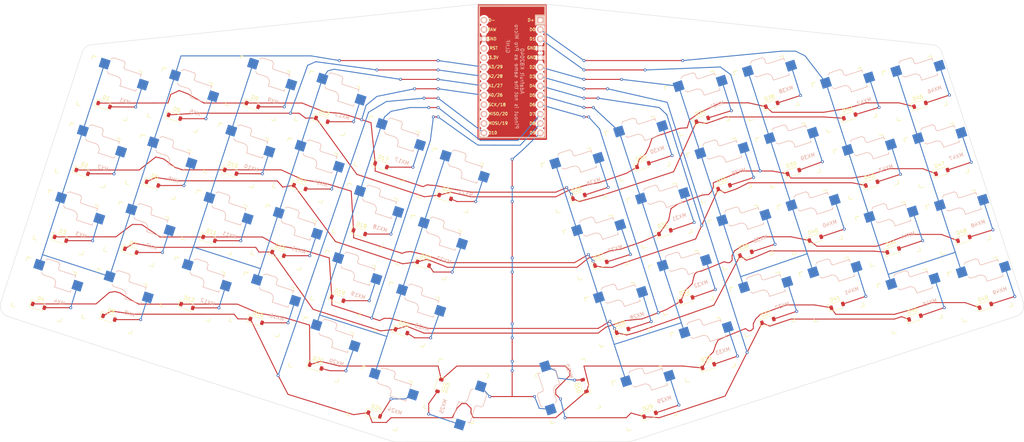
<source format=kicad_pcb>
(kicad_pcb (version 20221018) (generator pcbnew)
  (layers (0 "F.Cu" signal) (31 "B.Cu" signal) (34 "B.Paste" user) (35 "F.Paste" user) (36 "B.SilkS" user "B.Silkscreen") (37 "F.SilkS" user "F.Silkscreen") (38 "B.Mask" user) (39 "F.Mask" user) (44 "Edge.Cuts" user))
  (net 0 "")
  (net 1 "/ROW0")
  (net 2 "Net-(D1-A)")
  (net 3 "/ROW1")
  (net 4 "Net-(D2-A)")
  (net 5 "/ROW2")
  (net 6 "Net-(D3-A)")
  (net 7 "/ROW3")
  (net 8 "Net-(D4-A)")
  (net 9 "/ROW7")
  (net 10 "Net-(D5-A)")
  (net 11 "/ROW6")
  (net 12 "Net-(D6-A)")
  (net 13 "/ROW5")
  (net 14 "Net-(D7-A)")
  (net 15 "/ROW4")
  (net 16 "Net-(D8-A)")
  (net 17 "Net-(D9-A)")
  (net 18 "Net-(D10-A)")
  (net 19 "Net-(D11-A)")
  (net 20 "Net-(D12-A)")
  (net 21 "Net-(D13-A)")
  (net 22 "Net-(D14-A)")
  (net 23 "Net-(D15-A)")
  (net 24 "Net-(D16-A)")
  (net 25 "Net-(D17-A)")
  (net 26 "Net-(D18-A)")
  (net 27 "Net-(D19-A)")
  (net 28 "Net-(D20-A)")
  (net 29 "Net-(D21-A)")
  (net 30 "Net-(D22-A)")
  (net 31 "Net-(D23-A)")
  (net 32 "Net-(D24-A)")
  (net 33 "Net-(D25-A)")
  (net 34 "Net-(D26-A)")
  (net 35 "Net-(D27-A)")
  (net 36 "Net-(D28-A)")
  (net 37 "Net-(D29-A)")
  (net 38 "Net-(D30-A)")
  (net 39 "Net-(D31-A)")
  (net 40 "Net-(D32-A)")
  (net 41 "Net-(D33-A)")
  (net 42 "Net-(D34-A)")
  (net 43 "Net-(D35-A)")
  (net 44 "Net-(D36-A)")
  (net 45 "Net-(D37-A)")
  (net 46 "Net-(D38-A)")
  (net 47 "Net-(D39-A)")
  (net 48 "Net-(D40-A)")
  (net 49 "Net-(D41-A)")
  (net 50 "Net-(D42-A)")
  (net 51 "Net-(D43-A)")
  (net 52 "Net-(D44-A)")
  (net 53 "Net-(D45-A)")
  (net 54 "Net-(D46-A)")
  (net 55 "Net-(D47-A)")
  (net 56 "Net-(D48-A)")
  (net 57 "Net-(D49-A)")
  (net 58 "Net-(D50-A)")
  (net 59 "/COL0")
  (net 60 "/COL1")
  (net 61 "/COL2")
  (net 62 "/COL3")
  (net 63 "/COL4")
  (net 64 "/COL5")
  (net 65 "/COL6")
  (net 66 "GND")
  (net 67 "/RESET")
  (net 68 "3.3V")
  (footprint "Diode_SMD:D_SOD-123" (layer "F.Cu") (at 70.98 65.61 -18)
    (fp_text reference "D10")
    (fp_text value "D_Small")
  )
  (footprint "keyswitches.pretty-master:Kailh_socket_PG1350" (layer "F.Cu") (at 95.423534 113.712365 162)
    (fp_text reference "MX20")
    (fp_text value "K_E4")
  )
  (footprint "Diode_SMD:D_SOD-123" (layer "F.Cu") (at 217.06 47.52 18)
    (fp_text reference "D38")
    (fp_text value "D_Small")
  )
  (footprint "Diode_SMD:D_SOD-123" (layer "F.Cu") (at 199.95 118.13 18)
    (fp_text reference "D33")
    (fp_text value "D_Small")
  )
  (footprint "Diode_SMD:D_SOD-123" (layer "F.Cu") (at 19.14 101.84 -18)
    (fp_text reference "D4")
    (fp_text value "D_Small")
  )
  (footprint "keyswitches.pretty-master:Kailh_socket_PG1350" (layer "F.Cu") (at 97.0266 47.131542 162)
    (fp_text reference "MX13")
    (fp_text value "K_D1")
  )
  (footprint "Diode_SMD:D_SOD-123" (layer "F.Cu") (at 204.2 69.76 18)
    (fp_text reference "D35")
    (fp_text value "D_Small")
  )
  (footprint "keyswitches.pretty-master:Kailh_socket_PG1350" (layer "F.Cu") (at 79.366279 101.484422 162)
    (fp_text reference "MX16")
    (fp_text value "K_D4")
  )
  (footprint "keyswitches.pretty-master:Kailh_socket_PG1350" (layer "F.Cu") (at 113.083856 59.359485 162)
    (fp_text reference "MX17")
    (fp_text value "K_E1")
  )
  (footprint "Diode_SMD:D_SOD-123" (layer "F.Cu") (at 117.1 108.7 -18)
    (fp_text reference "D23")
    (fp_text value "D_Small")
  )
  (footprint "keyswitches.pretty-master:Kailh_socket_PG1350" (layer "F.Cu") (at 233.241989 97.409411 -162)
    (fp_text reference "MX41")
    (fp_text value "K_L4")
  )
  (footprint "Diode_SMD:D_SOD-123" (layer "F.Cu") (at 188.220757 81.939878 18)
    (fp_text reference "D31")
    (fp_text value "D_Small")
  )
  (footprint "Diode_SMD:D_SOD-123" (layer "F.Cu") (at 30.91 65.65 -18)
    (fp_text reference "D2")
    (fp_text value "D_Small")
  )
  (footprint "Diode_SMD:D_SOD-123" (layer "F.Cu") (at 268.92 83.75 18)
    (fp_text reference "D48")
    (fp_text value "D_Small")
  )
  (footprint "Diode_SMD:D_SOD-123" (layer "F.Cu") (at 210.09 87.76 18)
    (fp_text reference "D36")
    (fp_text value "D_Small")
  )
  (footprint "keyswitches.pretty-master:Kailh_socket_PG1350" (layer "F.Cu") (at 254.303002 100.581451 -162)
    (fp_text reference "MX45")
    (fp_text value "K_M4")
  )
  (footprint "Diode_SMD:D_SOD-123" (layer "F.Cu") (at 257.09 47.52 18)
    (fp_text reference "D46")
    (fp_text value "D_Small")
  )
  (footprint "Diode_SMD:D_SOD-123" (layer "F.Cu") (at 127.35 123.38 -108)
    (fp_text reference "D25")
    (fp_text value "D_Small")
  )
  (footprint "Diode_SMD:D_SOD-123" (layer "F.Cu") (at 38.15 105.07 -18)
    (fp_text reference "D8")
    (fp_text value "D_Small")
  )
  (footprint "keyswitches.pretty-master:Kailh_socket_PG1350" (layer "F.Cu") (at 273.303645 97.412321 -162)
    (fp_text reference "MX49")
    (fp_text value "K_N4")
  )
  (footprint "Diode_SMD:D_SOD-123" (layer "F.Cu") (at 123 90.46 -18)
    (fp_text reference "D22")
    (fp_text value "D_Small")
  )
  (footprint "Diode_SMD:D_SOD-123" (layer "F.Cu") (at 228.839243 83.700122 18)
    (fp_text reference "D40")
    (fp_text value "D_Small")
  )
  (footprint "keyswitches.pretty-master:Kailh_socket_PG1350" (layer "F.Cu") (at 175.357045 104.199157 -162)
    (fp_text reference "MX28")
    (fp_text value "K_I3")
  )
  (footprint "keyswitches.pretty-master:Kailh_socket_PG1350" (layer "F.Cu") (at 39.598961 100.58145 162)
    (fp_text reference "MX8")
    (fp_text value "K_B4")
  )
  (footprint "keyswitches.pretty-master:Kailh_socket_PG1350" (layer "F.Cu") (at 242.529455 64.346198 -162)
    (fp_text reference "MX43")
    (fp_text value "K_M2")
  )
  (footprint "keyswitches.pretty-master:Kailh_socket_PG1350" (layer "F.Cu") (at 261.530097 61.177068 -162)
    (fp_text reference "MX47")
    (fp_text value "K_N2")
  )
  (footprint "keyswitches.pretty-master:Kailh_socket_PG1350" (layer "F.Cu") (at 267.416871 79.294695 -162)
    (fp_text reference "MX48")
    (fp_text value "K_N3")
  )
  (footprint "keyswitches.pretty-master:Kailh_socket_PG1350" (layer "F.Cu") (at 57.259282 46.228571 162)
    (fp_text reference "MX5")
    (fp_text value "K_B1")
  )
  (footprint "Diode_SMD:D_SOD-123" (layer "F.Cu") (at 77.9 105.92 -18)
    (fp_text reference "D16")
    (fp_text value "D_Small")
  )
  (footprint "Diode_SMD:D_SOD-123" (layer "F.Cu") (at 111.59 63.85 -18)
    (fp_text reference "D17")
    (fp_text value "D_Small")
  )
  (footprint "keyswitches.pretty-master:Kailh_socket_PG1350" (layer "F.Cu") (at 196.875363 47.131543 -162)
    (fp_text reference "MX34")
    (fp_text value "K_K1")
  )
  (footprint "keyswitches.pretty-master:Kailh_socket_PG1350" (layer "F.Cu") (at 20.598318 97.412321 162)
    (fp_text reference "MX4")
    (fp_text value "K_A4")
  )
  (footprint "keyswitches.pretty-master:Kailh_socket_PG1350" (layer "F.Cu") (at 26.485092 79.294694 162)
    (fp_text reference "MX3")
    (fp_text value "K_A3")
  )
  (footprint "keyswitches.pretty-master:Kailh_socket_PG1350" (layer "F.Cu") (at 45.485735 82.463824 162)
    (fp_text reference "MX7")
    (fp_text value "K_B3")
  )
  (footprint "Diode_SMD:D_SOD-123" (layer "F.Cu") (at 83.789243 87.799878 -18)
    (fp_text reference "D15")
    (fp_text value "D_Small")
  )
  (footprint "keyswitches.pretty-master:Kailh_socket_PG1350" (layer "F.Cu") (at 248.416228 82.463824 -162)
    (fp_text reference "MX44")
    (fp_text value "K_M3")
  )
  (footprint "Diode_SMD:D_SOD-123" (layer "F.Cu") (at 216.03 105.92 18)
    (fp_text reference "D37")
    (fp_text value "D_Small")
  )
  (footprint "Diode_SMD:D_SOD-123" (layer "F.Cu") (at 89.65 69.76 -18)
    (fp_text reference "D14")
    (fp_text value "D_Small")
  )
  (footprint "Diode_SMD:D_SOD-123" (layer "F.Cu") (at 184.2 131.28 18)
    (fp_text reference "D29")
    (fp_text value "D_Small")
  )
  (footprint "Diode_SMD:D_SOD-123" (layer "F.Cu") (at 222.93 65.67 18)
    (fp_text reference "D39")
    (fp_text value "D_Small")
  )
  (footprint "keyswitches.pretty-master:Kailh_socket_PG1350" (layer "F.Cu") (at 255.643324 43.059441 -162)
    (fp_text reference "MX46")
    (fp_text value "K_N1")
  )
  (footprint "keyswitches.pretty-master:Kailh_socket_PG1350" (layer "F.Cu") (at 162.04695 124.881992 -72)
    (fp_text reference "MX50")
    (fp_text value "K_H4")
  )
  (footprint "Diode_SMD:D_SOD-123" (layer "F.Cu") (at 25.05 83.72 -18)
    (fp_text reference "D3")
    (fp_text value "D_Small")
  )
  (footprint "Diode_SMD:D_SOD-123" (layer "F.Cu") (at 65.17 83.74 -18)
    (fp_text reference "D11")
    (fp_text value "D_Small")
  )
  (footprint "keyswitches.pretty-master:Kailh_socket_PG1350" (layer "F.Cu") (at 124.431692 86.081529 162)
    (fp_text reference "MX22")
    (fp_text value "K_F2")
  )
  (footprint "Diode_SMD:D_SOD-123" (layer "F.Cu") (at 182.3 63.81 18)
    (fp_text reference "D30")
    (fp_text value "D_Small")
  )
  (footprint "keyswitches.pretty-master:Kailh_socket_PG1350" (layer "F.Cu") (at 131.855013 124.881992 72)
    (fp_text reference "MX25")
    (fp_text value "K_G4")
  )
  (footprint "keyswitches.pretty-master:Kailh_socket_PG1350" (layer "F.Cu") (at 227.355215 79.291785 -162)
    (fp_text reference "MX40")
    (fp_text value "K_L3")
  )
  (footprint "keyswitches.pretty-master:Kailh_socket_PG1350" (layer "F.Cu") (at 91.139826 65.249169 162)
    (fp_text reference "MX14")
    (fp_text value "K_D2")
  )
  (footprint "keyswitches.pretty-master:Kailh_socket_PG1350" (layer "F.Cu") (at 169.470271 86.08153 -162)
    (fp_text reference "MX27")
    (fp_text value "K_I2")
  )
  (footprint "Diode_SMD:D_SOD-123" (layer "F.Cu") (at 255.73 105.02 18)
    (fp_text reference "D45")
    (fp_text value "D_Small")
  )
  (footprint "Diode_SMD:D_SOD-123" (layer "F.Cu") (at 262.98 65.65 18)
    (fp_text reference "D47")
    (fp_text value "D_Small")
  )
  (footprint "Diode_SMD:D_SOD-123" (layer "F.Cu") (at 105.74 81.94 -18)
    (fp_text reference "D18")
    (fp_text value "D_Small")
  )
  (footprint "keyswitches.pretty-master:Kailh_socket_PG1350" (layer "F.Cu") (at 186.704881 77.477112 -162)
    (fp_text reference "MX31")
    (fp_text value "K_J2")
  )
  (footprint "Diode_SMD:D_SOD-123" (layer "F.Cu") (at 99.87 99.96 -18)
    (fp_text reference "D19")
    (fp_text value "D_Small")
  )
  (footprint "Diode_SMD:D_SOD-123" (layer "F.Cu") (at 274.74 101.85 18)
    (fp_text reference "D49")
    (fp_text value "D_Small")
  )
  (footprint "keyswitches.pretty-master:Kailh_socket_PG1350" (layer "F.Cu") (at 180.818108 59.359486 -162)
    (fp_text reference "MX30")
    (fp_text value "K_J1")
  )
  (footprint "Diode_SMD:D_SOD-123" (layer "F.Cu") (at 49.89 68.83 -18)
    (fp_text reference "D6")
    (fp_text value "D_Small")
  )
  (footprint "keyswitches.pretty-master:Kailh_socket_PG1350" (layer "F.Cu") (at 101.310308 95.594738 162)
    (fp_text reference "MX19")
    (fp_text value "K_E3")
  )
  (footprint "Diode_SMD:D_SOD-123" (layer "F.Cu") (at 194.11 100.08 18)
    (fp_text reference "D32")
    (fp_text value "D_Small")
  )
  (footprint "Diode_SMD:D_SOD-123" (layer "F.Cu") (at 176.79 108.61 18)
    (fp_text reference "D28")
    (fp_text value "D_Small")
  )
  (footprint "Diode_SMD:D_SOD-123" (layer "F.Cu") (at 198.33 51.57 18)
    (fp_text reference "D34")
    (fp_text value "D_Small")
  )
  (footprint "Diode_SMD:D_SOD-123" (layer "F.Cu") (at 76.87 47.55 -18)
    (fp_text reference "D9")
    (fp_text value "D_Small")
  )
  (footprint "keyswitches.pretty-master:Kailh_socket_PG1350" (layer "F.Cu") (at 182.715512 126.84619 -162)
    (fp_text reference "MX29")
    (fp_text value "K_I4")
  )
  (footprint "keyswitches.pretty-master:Kailh_socket_PG1350" (layer "F.Cu") (at 221.468441 61.174158 -162)
    (fp_text reference "MX39")
    (fp_text value "K_L2")
  )
  (footprint "Diode_SMD:D_SOD-123" (layer "F.Cu") (at 95.61 51.58 -18)
    (fp_text reference "D13")
    (fp_text value "D_Small")
  )
  (footprint "Diode_SMD:D_SOD-123" (layer "F.Cu") (at 59.2 101.89 -18)
    (fp_text reference "D12")
    (fp_text value "D_Small")
  )
  (footprint "keyswitches.pretty-master:Kailh_socket_PG1350" (layer "F.Cu") (at 130.318466 67.963903 162)
    (fp_text reference "MX21")
    (fp_text value "K_F1")
  )
  (footprint "Diode_SMD:D_SOD-123" (layer "F.Cu") (at 55.83 50.75 -18)
    (fp_text reference "D5")
    (fp_text value "D_Small")
  )
  (footprint "keyswitches.pretty-master:Kailh_socket_PG1350" (layer "F.Cu") (at 32.371866 61.177067 162)
    (fp_text reference "MX2")
    (fp_text value "K_A2")
  )
  (footprint "keyswitches.pretty-master:Kailh_socket_PG1350" (layer "F.Cu") (at 66.546748 79.291784 162)
    (fp_text reference "MX11")
    (fp_text value "K_C3")
  )
  (footprint "keyswitches.pretty-master:Kailh_socket_PG1350" (layer "F.Cu") (at 198.478429 113.712366 -162)
    (fp_text reference "MX33")
    (fp_text value "K_J4")
  )
  (footprint "Diode_SMD:D_SOD-123" (layer "F.Cu") (at 238.1 50.65 18)
    (fp_text reference "D42")
    (fp_text value "D_Small")
  )
  (footprint "keyswitches.pretty-master:Kailh_socket_PG1350" (layer "F.Cu") (at 85.253052 83.366795 162)
    (fp_text reference "MX15")
    (fp_text value "K_D3")
  )
  (footprint "Diode_SMD:D_SOD-123" (layer "F.Cu") (at 109.76 131.21 -18)
    (fp_text reference "D24")
    (fp_text value "D_Small")
  )
  (footprint "keyswitches.pretty-master:Kailh_socket_PG1350" (layer "F.Cu") (at 215.581667 43.056532 -162)
    (fp_text reference "MX38")
    (fp_text value "K_L1")
  )
  (footprint "Diode_SMD:D_SOD-123" (layer "F.Cu") (at 93.94 118.27 -18)
    (fp_text reference "D20")
    (fp_text value "D_Small")
  )
  (footprint "Diode_SMD:D_SOD-123" (layer "F.Cu") (at 234.72 101.85 18)
    (fp_text reference "D41")
    (fp_text value "D_Small")
  )
  (footprint "Diode_SMD:D_SOD-123" (layer "F.Cu") (at 128.9 72.42 -18)
    (fp_text reference "D21")
    (fp_text value "D_Small")
  )
  (footprint "keyswitches.pretty-master:Kailh_socket_PG1350" (layer "F.Cu") (at 51.372509 64.346197 162)
    (fp_text reference "MX6")
    (fp_text value "K_B2")
  )
  (footprint "Diode_SMD:D_SOD-123" (layer "F.Cu") (at 36.82 47.57 -18)
    (fp_text reference "D1")
    (fp_text value "D_Small")
  )
  (footprint "keyswitches.pretty-master:Kailh_socket_PG1350" (layer "F.Cu") (at 202.762137 65.249169 -162)
    (fp_text reference "MX35")
    (fp_text value "K_K2")
  )
  (footprint "keyswitches.pretty-master:Kailh_socket_PG1350" (layer "F.Cu") (at 208.648911 83.366796 -162)
    (fp_text reference "MX36")
    (fp_text value "K_K3")
  )
  (footprint "keyswitches.pretty-master:Kailh_socket_PG1350" (layer "F.Cu") (at 192.591655 95.594739 -162)
    (fp_text reference "MX32")
    (fp_text value "K_J3")
  )
  (footprint "keyswitches.pretty-master:Kailh_socket_PG1350" (layer "F.Cu") (at 38.25864 43.059441 162)
    (fp_text reference "MX1")
    (fp_text value "K_A1")
  )
  (footprint "keyswitches.pretty-master:Kailh_socket_PG1350" (layer "F.Cu") (at 72.433522 61.174158 162)
    (fp_text reference "MX10")
    (fp_text value "K_C2")
  )
  (footprint "keyswitches.pretty-master:Kailh_socket_PG1350" (layer "F.Cu") (at 214.535685 101.484423 -162)
    (fp_text reference "MX37")
    (fp_text value "K_K4")
  )
  (footprint "keyswitches.pretty-master:Kailh_socket_PG1350" (layer "F.Cu") (at 60.659975 97.409411 162)
    (fp_text reference "MX12")
    (fp_text value "K_C4")
  )
  (footprint "Diode_SMD:D_SOD-123" (layer "F.Cu") (at 166.55 123.4 108)
    (fp_text reference "D50")
    (fp_text value "D_Small")
  )
  (footprint "keyswitches.pretty-master:Kailh_socket_PG1350" (layer "F.Cu") (at 163.583497 67.963903 -162)
    (fp_text reference "MX26")
    (fp_text value "K_I1")
  )
  (footprint "Diode_SMD:D_SOD-123" (layer "F.Cu") (at 165.010757 72.399878 18)
    (fp_text reference "D26")
    (fp_text value "D_Small")
  )
  (footprint "keyswitches.pretty-master:Kailh_socket_PG1350" (layer "F.Cu") (at 236.642681 46.228571 -162)
    (fp_text reference "MX42")
    (fp_text value "K_M1")
  )
  (footprint "keyswitches.pretty-master:Kailh_socket_PG1350" (layer "F.Cu") (at 107.197082 77.477112 162)
    (fp_text reference "MX18")
    (fp_text value "K_E2")
  )
  (footprint "Diode_SMD:D_SOD-123" (layer "F.Cu") (at 244.040757 68.829878 18)
    (fp_text reference "D43")
    (fp_text value "D_Small")
  )
  (footprint "Diode_SMD:D_SOD-123" (layer "F.Cu") (at 44.03 86.93 -18)
    (fp_text reference "D7")
    (fp_text value "D_Small")
  )
  (footprint "Diode_SMD:D_SOD-123" (layer "F.Cu") (at 170.94 90.48 18)
    (fp_text reference "D27")
    (fp_text value "D_Small")
  )
  (footprint "keyswitches.pretty-master:Kailh_socket_PG1350" (layer "F.Cu") (at 118.544919 104.199156 162)
    (fp_text reference "MX23")
    (fp_text value "K_F3")
  )
  (footprint "keyswitches.pretty-master:Kailh_socket_PG1350" (layer "F.Cu") (at 111.186452 126.846189 162)
    (fp_text reference "MX24")
    (fp_text value "K_F4")
  )
  (footprint "Diode_SMD:D_SOD-123" (layer "F.Cu") (at 249.85 86.87 18)
    (fp_text reference "D44")
    (fp_text value "D_Small")
  )
  (footprint "keyswitches.pretty-master:Kailh_socket_PG1350" (layer "F.Cu") (at 78.320296 43.056531 162)
    (fp_text reference "MX9")
    (fp_text value "K_C1")
  )
  (footprint "kb2040:kb2040" (layer "B.Cu") (at 146.987216 38.595153 180)
    (fp_text reference "U1" hide)
    (fp_text value "kb2040" hide)
  )
  (gr_arc (start 10.870749 104.736664) (mid 9.115728 103.251506) (end 8.926617 100.960212) (stroke (width 0.1)) (layer "Edge.Cuts"))
  (gr_arc (start 260.63903 31.298572) (mid 262.082354 31.979576) (end 262.969049 33.306498) (stroke (width 0.1)) (layer "Edge.Cuts"))
  (gr_line (start 283.069717 104.688621) (end 179.197318 138.452406) (stroke (width 0.1)) (layer "Edge.Cuts"))
  (gr_line (start 284.968847 100.892993) (end 262.969049 33.306498) (stroke (width 0.1)) (layer "Edge.Cuts"))
  (gr_line (start 260.63903 31.298572) (end 155.911031 20.300917) (stroke (width 0.1)) (layer "Edge.Cuts"))
  (gr_line (start 115.669135 138.637068) (end 178.258866 138.604205) (stroke (width 0.1)) (layer "Edge.Cuts"))
  (gr_arc (start 30.934574 33.324999) (mid 31.876049 31.945368) (end 33.412381 31.29005) (stroke (width 0.1)) (layer "Edge.Cuts"))
  (gr_arc (start 179.197318 138.452406) (mid 178.734191 138.56601) (end 178.258866 138.604205) (stroke (width 0.1)) (layer "Edge.Cuts"))
  (gr_line (start 138.029715 20.275272) (end 33.412381 31.29005) (stroke (width 0.1)) (layer "Edge.Cuts"))
  (gr_arc (start 115.669135 138.637068) (mid 115.200856 138.59917) (end 114.744237 138.488621) (stroke (width 0.1)) (layer "Edge.Cuts"))
  (gr_line (start 155.911031 20.300917) (end 138.029715 20.275272) (stroke (width 0.1)) (layer "Edge.Cuts"))
  (gr_arc (start 284.968847 100.892993) (mid 284.805074 103.183975) (end 283.069717 104.688621) (stroke (width 0.1)) (layer "Edge.Cuts"))
  (gr_line (start 114.744237 138.488621) (end 10.870749 104.736664) (stroke (width 0.1)) (layer "Edge.Cuts"))
  (gr_line (start 8.926617 100.960212) (end 30.934573 33.324999) (stroke (width 0.1)) (layer "Edge.Cuts"))
  (segment (start 57.09 43.671562) (end 54.833158 44.71) (width 0.254) (layer "F.Cu") (net 1))
  (segment (start 126.42 69.36) (end 131.72 70.41) (width 0.254) (layer "F.Cu") (net 1))
  (segment (start 190.578337 65.594997) (end 196.760757 52.079878) (width 0.254) (layer "F.Cu") (net 1))
  (segment (start 110.01 65.42) (end 122.94 69.64) (width 0.254) (layer "F.Cu") (net 1))
  (segment (start 102.87 50.41) (end 100.68 49.85) (width 0.254) (layer "F.Cu") (net 1))
  (segment (start 236.530757 51.159878) (end 231.14 50.8) (width 0.254) (layer "F.Cu") (net 1))
  (segment (start 163.441514 72.909756) (end 165.1 73.66) (width 0.254) (layer "F.Cu") (net 1))
  (segment (start 199.452526 52.565494) (end 196.760757 52.079878) (width 0.254) (layer "F.Cu") (net 1))
  (segment (start 158.75 71.12) (end 161.705394 69.884181) (width 0.254) (layer "F.Cu") (net 1))
  (segment (start 131.72 70.41) (end 135.89 71.12) (width 0.254) (layer "F.Cu") (net 1))
  (segment (start 135.89 71.12) (end 146.05 71.12) (width 0.254) (layer "F.Cu") (net 1))
  (segment (start 171.441772 71.906469) (end 190.578337 65.594997) (width 0.254) (layer "F.Cu") (net 1))
  (segment (start 108.88 52.35) (end 110.020757 63.340122) (width 0.254) (layer "F.Cu") (net 1))
  (segment (start 106.36586 51.542087) (end 108.88 52.35) (width 0.254) (layer "F.Cu") (net 1))
  (segment (start 122.94 69.64) (end 124.02 69.15) (width 0.254) (layer "F.Cu") (net 1))
  (segment (start 75.300757 47.040122) (end 63.77 47.04) (width 0.254) (layer "F.Cu") (net 1))
  (segment (start 204.47 50.8) (end 199.452526 52.565494) (width 0.254) (layer "F.Cu") (net 1))
  (segment (start 106.36586 51.542087) (end 102.87 50.41) (width 0.254) (layer "F.Cu") (net 1))
  (segment (start 35.250757 47.060122) (end 54.07 47.03) (width 0.254) (layer "F.Cu") (net 1))
  (segment (start 90.29 47.04) (end 75.300757 47.040122) (width 0.254) (layer "F.Cu") (net 1))
  (segment (start 120.65 43.177336) (end 127 43.18) (width 0.254) (layer "F.Cu") (net 1))
  (segment (start 162.996114 71.740497) (end 163.441514 72.909756) (width 0.254) (layer "F.Cu") (net 1))
  (segment (start 96.21 49.43) (end 90.29 47.04) (width 0.254) (layer "F.Cu") (net 1))
  (segment (start 165.1 73.66) (end 171.441772 71.906469) (width 0.254) (layer "F.Cu") (net 1))
  (segment (start 124.02 69.15) (end 126.42 69.36) (width 0.254) (layer "F.Cu") (net 1))
  (segment (start 63.77 47.04) (end 59.45 44.56) (width 0.254) (layer "F.Cu") (net 1))
  (segment (start 59.45 44.56) (end 57.09 43.671562) (width 0.254) (layer "F.Cu") (net 1))
  (segment (start 100.68 49.85) (end 96.21 49.43) (width 0.254) (layer "F.Cu") (net 1))
  (segment (start 54.07 47.03) (end 54.833158 44.71) (width 0.254) (layer "F.Cu") (net 1))
  (segment (start 146.05 71.12) (end 158.75 71.12) (width 0.254) (layer "F.Cu") (net 1))
  (segment (start 231.14 50.8) (end 204.47 50.8) (width 0.254) (layer "F.Cu") (net 1))
  (segment (start 110.020757 63.340122) (end 110.01 65.42) (width 0.254) (layer "F.Cu") (net 1))
  (via (at 127 43.18) (size 0.8) (drill 0.4) (layers "F.Cu" "B.Cu") (net 1))
  (via (at 106.36586 51.542087) (size 0.8) (drill 0.4) (layers "F.Cu" "B.Cu") (net 1))
  (via (at 120.65 43.177336) (size 0.8) (drill 0.4) (layers "F.Cu" "B.Cu") (net 1))
  (via (at 161.705394 69.884181) (size 0.8) (drill 0.4) (layers "F.Cu" "B.Cu") (net 1))
  (via (at 162.996114 71.740497) (size 0.8) (drill 0.4) (layers "F.Cu" "B.Cu") (net 1))
  (segment (start 161.705394 69.884181) (end 162.996114 71.740497) (width 0.254) (layer "B.Cu") (net 1))
  (segment (start 110.49 45.245042) (end 120.65 43.177336) (width 0.254) (layer "B.Cu") (net 1))
  (segment (start 127 43.18) (end 139.367216 44.945153) (width 0.254) (layer "B.Cu") (net 1))
  (segment (start 107.570407 47.625) (end 110.49 45.245042) (width 0.254) (layer "B.Cu") (net 1))
  (segment (start 106.36586 51.542087) (end 107.570407 47.625) (width 0.254) (layer "B.Cu") (net 1))
  (segment (start 45.36 48.12) (end 38.389243 48.079878) (width 0.254) (layer "F.Cu") (net 2))
  (via (at 45.36 48.12) (size 0.8) (drill 0.4) (layers "F.Cu" "B.Cu") (net 2))
  (segment (start 47.287446 42.050095) (end 45.36 48.12) (width 0.254) (layer "B.Cu") (net 2))
  (segment (start 196.523003 83.77724) (end 198.15677 80.125037) (width 0.254) (layer "F.Cu") (net 3))
  (segment (start 163.83 90.17) (end 167.570005 87.989296) (width 0.254) (layer "F.Cu") (net 3))
  (segment (start 171.45 91.44) (end 173.99 91.44) (width 0.254) (layer "F.Cu") (net 3))
  (segment (start 210.82 68.58) (end 207.55856 70.236604) (width 0.254) (layer "F.Cu") (net 3))
  (segment (start 104.191046 83.459067) (end 117.257852 87.653844) (width 0.254) (layer "F.Cu") (net 3))
  (segment (start 242.471514 69.339756) (end 238.76 68.58) (width 0.254) (layer "F.Cu") (net 3))
  (segment (start 170.18 45.72) (end 166.37 45.72) (width 0.254) (layer "F.Cu") (net 3))
  (segment (start 168.856622 89.80894) (end 169.370757 90.989878) (width 0.254) (layer "F.Cu") (net 3))
  (segment (start 119.594909 87.17119) (end 123.659357 88.111094) (width 0.254) (layer "F.Cu") (net 3))
  (segment (start 104.170757 81.430122) (end 104.191046 83.459067) (width 0.254) (layer "F.Cu") (net 3))
  (segment (start 50.79 61.62) (end 52.87 62.12) (width 0.254) (layer "F.Cu") (net 3))
  (segment (start 173.99 91.44) (end 177.282765 90.190653) (width 0.254) (layer "F.Cu") (net 3))
  (segment (start 29.340757 65.140122) (end 46.28 65.14) (width 0.254) (layer "F.Cu") (net 3))
  (segment (start 198.15677 80.125037) (end 202.630757 70.269878) (width 0.254) (layer "F.Cu") (net 3))
  (segment (start 46.28 65.14) (end 50.79 61.62) (width 0.254) (layer "F.Cu") (net 3))
  (segment (start 118.350172 87.298204) (end 119.594909 87.17119) (width 0.254) (layer "F.Cu") (net 3))
  (segment (start 207.55856 70.236604) (end 204.383401 71.341007) (width 0.254) (layer "F.Cu") (net 3))
  (segment (start 84.63 65.1) (end 90.35 67.71) (width 0.254) (layer "F.Cu") (net 3))
  (segment (start 57.94 65.1) (end 56.04 64.46) (width 0.254) (layer "F.Cu") (net 3))
  (segment (start 103.55 70.85) (end 104.170757 81.430122) (width 0.254) (layer "F.Cu") (net 3))
  (segment (start 117.257852 87.653844) (end 118.350172 87.298204) (width 0.254) (layer "F.Cu") (net 3))
  (segment (start 177.282765 90.190653) (end 196.523003 83.77724) (width 0.254) (layer "F.Cu") (net 3))
  (segment (start 123.659357 88.111094) (end 129.552807 90.17) (width 0.254) (layer "F.Cu") (net 3))
  (segment (start 69.410757 65.100122) (end 84.63 65.1) (width 0.254) (layer "F.Cu") (net 3))
  (segment (start 69.410757 65.100122) (end 57.94 65.1) (width 0.254) (layer "F.Cu") (net 3))
  (segment (start 129.552807 90.17) (end 163.83 90.17) (width 0.254) (layer "F.Cu") (net 3))
  (segment (start 169.370757 90.989878) (end 171.45 91.44) (width 0.254) (layer "F.Cu") (net 3))
  (segment (start 90.35 67.71) (end 96.76 68.8) (width 0.254) (layer "F.Cu") (net 3))
  (segment (start 52.87 62.12) (end 56.04 64.46) (width 0.254) (layer "F.Cu") (net 3))
  (segment (start 204.383401 71.341007) (end 202.630757 70.269878) (width 0.254) (layer "F.Cu") (net 3))
  (segment (start 238.76 68.58) (end 210.82 68.58) (width 0.254) (layer "F.Cu") (net 3))
  (segment (start 96.76 68.8) (end 103.55 70.85) (width 0.254) (layer "F.Cu") (net 3))
  (via (at 170.18 45.72) (size 0.8) (drill 0.4) (layers "F.Cu" "B.Cu") (net 3))
  (via (at 198.15677 80.125037) (size 0.8) (drill 0.4) (layers "F.Cu" "B.Cu") (net 3))
  (via (at 168.856622 89.80894) (size 0.8) (drill 0.4) (layers "F.Cu" "B.Cu") (net 3))
  (via (at 167.570005 87.989296) (size 0.8) (drill 0.4) (layers "F.Cu" "B.Cu") (net 3))
  (via (at 166.37 45.72) (size 0.8) (drill 0.4) (layers "F.Cu" "B.Cu") (net 3))
  (segment (start 186.69 48.26) (end 170.18 45.72) (width 0.254) (layer "B.Cu") (net 3))
  (segment (start 166.37 45.72) (end 154.607216 42.405153) (width 0.254) (layer "B.Cu") (net 3))
  (segment (start 188.73449 50.168741) (end 186.69 48.26) (width 0.254) (layer "B.Cu") (net 3))
  (segment (start 167.570005 87.989296) (end 168.856622 89.80894) (width 0.254) (layer "B.Cu") (net 3))
  (segment (start 198.15677 80.125037) (end 188.73449 50.168741) (width 0.254) (layer "B.Cu") (net 3))
  (segment (start 39.52 66.18) (end 32.479243 66.159878) (width 0.254) (layer "F.Cu") (net 4))
  (via (at 39.52 66.18) (size 0.8) (drill 0.4) (layers "F.Cu" "B.Cu") (net 4))
  (segment (start 41.400672 60.167721) (end 39.52 66.18) (width 0.254) (layer "B.Cu") (net 4))
  (segment (start 91 86.87) (end 97.61 88.9) (width 0.254) (layer "F.Cu") (net 5))
  (segment (start 248.280757 87.379878) (end 244.475 87.050035) (width 0.254) (layer "F.Cu") (net 5))
  (segment (start 112.416216 105.227717) (end 114.074987 105.227717) (width 0.254) (layer "F.Cu") (net 5))
  (segment (start 170.18 107.95) (end 173.355 106.045) (width 0.254) (layer "F.Cu") (net 5))
  (segment (start 63.600757 83.230122) (end 79.53 83.24) (width 0.254) (layer "F.Cu") (net 5))
  (segment (start 244.475 87.050035) (end 216.535 86.995) (width 0.254) (layer "F.Cu") (net 5))
  (segment (start 98.308003 101.631714) (end 109.080062 105.130125) (width 0.254) (layer "F.Cu") (net 5))
  (segment (start 124.46 107.95) (end 146.05 107.95) (width 0.254) (layer "F.Cu") (net 5))
  (segment (start 175.220757 109.119878) (end 177.927 109.728) (width 0.254) (layer "F.Cu") (net 5))
  (segment (start 114.074987 105.227717) (end 124.46 107.95) (width 0.254) (layer "F.Cu") (net 5))
  (segment (start 177.927 109.728) (end 180.721 108.966) (width 0.254) (layer "F.Cu") (net 5))
  (segment (start 111.194924 105.829249) (end 112.416216 105.227717) (width 0.254) (layer "F.Cu") (net 5))
  (segment (start 212.09 88.9) (end 210.185 89.535) (width 0.254) (layer "F.Cu") (net 5))
  (segment (start 63.600757 83.230122) (end 51.94 83.24) (width 0.254) (layer "F.Cu") (net 5))
  (segment (start 174.625 107.95) (end 175.220757 109.119878) (width 0.254) (layer "F.Cu") (net 5))
  (segment (start 146.05 107.95) (end 170.18 107.95) (width 0.254) (layer "F.Cu") (net 5))
  (segment (start 98.300757 99.450122) (end 98.308003 101.631714) (width 0.254) (layer "F.Cu") (net 5))
  (segment (start 201.458943 101.656129) (end 208.520757 88.269878) (width 0.254) (layer "F.Cu") (net 5))
  (segment (start 216.535 86.995) (end 212.09 88.9) (width 0.254) (layer "F.Cu") (net 5))
  (segment (start 125.73 50.8) (end 127 50.8) (width 0.254) (layer "F.Cu") (net 5))
  (segment (start 44.45 79.85) (end 46.99 79.88) (width 0.254) (layer "F.Cu") (net 5))
  (segment (start 97.61 88.9) (end 98.300757 99.450122) (width 0.254) (layer "F.Cu") (net 5))
  (segment (start 210.185 89.535) (end 208.520757 88.269878) (width 0.254) (layer "F.Cu") (net 5))
  (segment (start 51.94 83.24) (end 46.99 79.88) (width 0.254) (layer "F.Cu") (net 5))
  (segment (start 180.721 108.966) (end 201.458943 101.656129) (width 0.254) (layer "F.Cu") (net 5))
  (segment (start 23.480757 83.210122) (end 40.03 83.2) (width 0.254) (layer "F.Cu") (net 5))
  (segment (start 109.080062 105.130125) (end 111.194924 105.829249) (width 0.254) (layer "F.Cu") (net 5))
  (segment (start 79.53 83.24) (end 83.71 85.51) (width 0.254) (layer "F.Cu") (net 5))
  (segment (start 83.71 85.51) (end 91 86.87) (width 0.254) (layer "F.Cu") (net 5))
  (segment (start 40.03 83.2) (end 44.45 79.85) (width 0.254) (layer "F.Cu") (net 5))
  (via (at 174.625 107.95) (size 0.8) (drill 0.4) (layers "F.Cu" "B.Cu") (net 5))
  (via (at 127 50.8) (size 0.8) (drill 0.4) (layers "F.Cu" "B.Cu") (net 5))
  (via (at 173.355 106.045) (size 0.8) (drill 0.4) (layers "F.Cu" "B.Cu") (net 5))
  (via (at 109.080062 105.130125) (size 0.8) (drill 0.4) (layers "F.Cu" "B.Cu") (net 5))
  (via (at 125.73 50.8) (size 0.8) (drill 0.4) (layers "F.Cu" "B.Cu") (net 5))
  (segment (start 109.080062 105.130125) (end 124.905552 57.15) (width 0.254) (layer "B.Cu") (net 5))
  (segment (start 124.905552 57.15) (end 125.73 50.8) (width 0.254) (layer "B.Cu") (net 5))
  (segment (start 154.607216 52.565153) (end 149.166021 58.432175) (width 0.254) (layer "B.Cu") (net 5))
  (segment (start 173.355 106.045) (end 174.625 107.95) (width 0.254) (layer "B.Cu") (net 5))
  (segment (start 135.89 57.15) (end 127 50.8) (width 0.254) (layer "B.Cu") (net 5))
  (segment (start 149.166021 58.432175) (end 137.781263 58.410842) (width 0.254) (layer "B.Cu") (net 5))
  (segment (start 135.89 57.15) (end 137.781263 58.410842) (width 0.254) (layer "B.Cu") (net 5))
  (segment (start 33.73 84.25) (end 26.619243 84.229878) (width 0.254) (layer "F.Cu") (net 6))
  (via (at 33.73 84.25) (size 0.8) (drill 0.4) (layers "F.Cu" "B.Cu") (net 6))
  (segment (start 35.513898 78.285348) (end 33.73 84.25) (width 0.254) (layer "B.Cu") (net 6))
  (segment (start 158.75 124.46) (end 158.75 125.73) (width 0.254) (layer "F.Cu") (net 7))
  (segment (start 250.19 105.41) (end 252.095 104.775) (width 0.254) (layer "F.Cu") (net 7))
  (segment (start 78.47 103.82) (end 85.15 104.92) (width 0.254) (layer "F.Cu") (net 7))
  (segment (start 17.570757 101.330122) (end 34.65 101.33) (width 0.254) (layer "F.Cu") (net 7))
  (segment (start 85.15 104.92) (end 92.3 107.05) (width 0.254) (layer "F.Cu") (net 7))
  (segment (start 92.3 107.05) (end 92.370757 117.760122) (width 0.254) (layer "F.Cu") (net 7))
  (segment (start 127.859878 121.810757) (end 127 118.11) (width 0.254) (layer "F.Cu") (net 7))
  (segment (start 162.56 120.65) (end 161.29 121.92) (width 0.254) (layer "F.Cu") (net 7))
  (segment (start 161.29 118.11) (end 162.56 119.38) (width 0.254) (layer "F.Cu") (net 7))
  (segment (start 222.25 105.41) (end 216.535 107.315) (width 0.254) (layer "F.Cu") (net 7))
  (segment (start 172.72 43.18) (end 166.37 43.18) (width 0.254) (layer "F.Cu") (net 7))
  (segment (start 34.65 101.33) (end 38.25 98.23) (width 0.254) (layer "F.Cu") (net 7))
  (segment (start 46.18 101.38) (end 44.33 100.38) (width 0.254) (layer "F.Cu") (net 7))
  (segment (start 72.79 101.38) (end 78.47 103.82) (width 0.254) (layer "F.Cu") (net 7))
  (segment (start 161.29 132.08) (end 177.8 132.08) (width 0.254) (layer "F.Cu") (net 7))
  (segment (start 182.630757 131.789878) (end 186.69 132.08) (width 0.254) (layer "F.Cu") (net 7))
  (segment (start 162.56 119.38) (end 162.56 120.65) (width 0.254) (layer "F.Cu") (net 7))
  (segment (start 210.421099 114.425125) (end 214.460757 106.429878) (width 0.254) (layer "F.Cu") (net 7))
  (segment (start 204.47 126.238) (end 210.421099 114.425125) (width 0.254) (layer "F.Cu") (net 7))
  (segment (start 177.8 132.08) (end 179.07 130.81) (width 0.254) (layer "F.Cu") (net 7))
  (segment (start 250.19 105.41) (end 222.25 105.41) (width 0.254) (layer "F.Cu") (net 7))
  (segment (start 38.25 98.23) (end 39.81 97.98) (width 0.254) (layer "F.Cu") (net 7))
  (segment (start 39.81 97.98) (end 41.16 98.37) (width 0.254) (layer "F.Cu") (net 7))
  (segment (start 186.69 132.08) (end 204.47 126.238) (width 0.254) (layer "F.Cu") (net 7))
  (segment (start 57.630757 101.380122) (end 46.18 101.38) (width 0.254) (layer "F.Cu") (net 7))
  (segment (start 216.535 107.315) (end 214.460757 106.429878) (width 0.254) (layer "F.Cu") (net 7))
  (segment (start 161.29 121.92) (end 158.75 124.46) (width 0.254) (layer "F.Cu") (net 7))
  (segment (start 127 118.11) (end 100.33 118.11) (width 0.254) (layer "F.Cu") (net 7))
  (segment (start 132.08 118.11) (end 127.859878 121.810757) (width 0.254) (layer "F.Cu") (net 7))
  (segment (start 95.25 116.84) (end 92.370757 117.760122) (width 0.254) (layer "F.Cu") (net 7))
  (segment (start 158.75 125.73) (end 160.02 127) (width 0.254) (layer "F.Cu") (net 7))
  (segment (start 252.095 104.775) (end 254.160757 105.529878) (width 0.254) (layer "F.Cu") (net 7))
  (segment (start 179.07 130.81) (end 182.630757 131.789878) (width 0.254) (layer "F.Cu") (net 7))
  (segment (start 57.630757 101.380122) (end 72.79 101.38) (width 0.254) (layer "F.Cu") (net 7))
  (segment (start 132.08 118.11) (end 161.29 118.11) (width 0.254) (layer "F.Cu") (net 7))
  (segment (start 44.33 100.38) (end 41.16 98.37) (width 0.254) (layer "F.Cu") (net 7))
  (segment (start 100.33 118.11) (end 95.25 116.84) (width 0.254) (layer "F.Cu") (net 7))
  (via (at 160.02 127) (size 0.8) (drill 0.4) (layers "F.Cu" "B.Cu") (net 7))
  (via (at 172.72 43.18) (size 0.8) (drill 0.4) (layers "F.Cu" "B.Cu") (net 7))
  (via (at 161.29 132.08) (size 0.8) (drill 0.4) (layers "F.Cu" "B.Cu") (net 7))
  (via (at 210.421099 114.425125) (size 0.8) (drill 0.4) (layers "F.Cu" "B.Cu") (net 7))
  (via (at 166.37 43.18) (size 0.8) (drill 0.4) (layers "F.Cu" "B.Cu") (net 7))
  (segment (start 210.421099 114.425125) (end 188.841209 46.849438) (width 0.254) (layer "B.Cu") (net 7))
  (segment (start 188.841209 46.849438) (end 172.72 43.18) (width 0.254) (layer "B.Cu") (net 7))
  (segment (start 160.02 127) (end 161.29 132.08) (width 0.254) (layer "B.Cu") (net 7))
  (segment (start 166.37 43.18) (end 154.607216 39.865153) (width 0.254) (layer "B.Cu") (net 7))
  (segment (start 27.82 102.35) (end 20.709243 102.349878) (width 0.254) (layer "F.Cu") (net 8))
  (via (at 27.82 102.35) (size 0.8) (drill 0.4) (layers "F.Cu" "B.Cu") (net 8))
  (segment (start 29.627124 96.402975) (end 27.82 102.35) (width 0.254) (layer "B.Cu") (net 8))
  (segment (start 242.57 46.99) (end 237.307557 48.492199) (width 0.254) (layer "F.Cu") (net 9))
  (segment (start 183.993276 58.798514) (end 183.080389 60.691084) (width 0.254) (layer "F.Cu") (net 9))
  (segment (start 194.917201 51.538534) (end 194.235183 53.726137) (width 0.254) (layer "F.Cu") (net 9))
  (segment (start 203.2 46.99) (end 197.572721 49.655553) (width 0.254) (layer "F.Cu") (net 9))
  (segment (start 237.307557 48.492199) (end 231.14 49.53) (width 0.254) (layer "F.Cu") (net 9))
  (segment (start 183.080389 60.691084) (end 181.276881 62.249671) (width 0.254) (layer "F.Cu") (net 9))
  (segment (start 192.308173 53.850198) (end 186.299579 55.894105) (width 0.254) (layer "F.Cu") (net 9))
  (segment (start 215.490757 48.029878) (end 210.82 46.99) (width 0.254) (layer "F.Cu") (net 9))
  (segment (start 162.198478 70.652812) (end 158.75 72.39) (width 0.254) (layer "F.Cu") (net 9))
  (segment (start 231.14 49.53) (end 217.17 49.53) (width 0.254) (layer "F.Cu") (net 9))
  (segment (start 135.89 72.39) (end 130.41 71.13) (width 0.254) (layer "F.Cu") (net 9))
  (segment (start 130.41 71.13) (end 127.330757 71.910122) (width 0.254) (layer "F.Cu") (net 9))
  (segment (start 194.235183 53.726137) (end 192.308173 53.850198) (width 0.254) (layer "F.Cu") (net 9))
  (segment (start 180.730757 64.319878) (end 177.8 66.04) (width 0.254) (layer "F.Cu") (net 9))
  (segment (start 87.133021 49.785504) (end 62.26 49.78) (width 0.254) (layer "F.Cu") (net 9))
  (segment (start 91.24 51.12) (end 89.47 49.79) (width 0.254) (layer "F.Cu") (net 9))
  (segment (start 62.26 49.78) (end 54.260757 50.240122) (width 0.254) (layer "F.Cu") (net 9))
  (segment (start 181.276881 62.249671) (end 180.730757 64.319878) (width 0.254) (layer "F.Cu") (net 9))
  (segment (start 94.040757 51.070122) (end 91.24 51.12) (width 0.254) (layer "F.Cu") (net 9))
  (segment (start 89.47 49.79) (end 87.133021 49.785504) (width 0.254) (layer "F.Cu") (net 9))
  (segment (start 186.299579 55.894105) (end 184.705773 56.638757) (width 0.254) (layer "F.Cu") (net 9))
  (segment (start 158.75 72.39) (end 135.89 72.39) (width 0.254) (layer "F.Cu") (net 9))
  (segment (start 184.705773 56.638757) (end 183.993276 58.798514) (width 0.254) (layer "F.Cu") (net 9))
  (segment (start 197.572721 49.655553) (end 194.917201 51.538534) (width 0.254) (layer "F.Cu") (net 9))
  (segment (start 170.42919 68.535398) (end 167.005 69.215) (width 0.254) (layer "F.Cu") (net 9))
  (segment (start 251.46 46.99) (end 242.57 46.99) (width 0.254) (layer "F.Cu") (net 9))
  (segment (start 127.330757 71.910122) (end 123.31 72.36) (width 0.254) (layer "F.Cu") (net 9))
  (segment (start 255.520757 48.029878) (end 251.46 46.99) (width 0.254) (layer "F.Cu") (net 9))
  (segment (start 123.31 72.36) (end 105.07 66.32) (width 0.254) (layer "F.Cu") (net 9))
  (segment (start 177.8 66.04) (end 170.42919 68.535398) (width 0.254) (layer "F.Cu") (net 9))
  (segment (start 217.17 49.53) (end 215.490757 48.029878) (width 0.254) (layer "F.Cu") (net 9))
  (segment (start 110.49 38.1) (end 127 38.1) (width 0.254) (layer "F.Cu") (net 9))
  (segment (start 167.005 69.215) (end 162.198478 70.652812) (width 0.254) (layer "F.Cu") (net 9))
  (segment (start 105.07 66.32) (end 94.040757 51.070122) (width 0.254) (layer "F.Cu") (net 9))
  (segment (start 210.82 46.99) (end 203.2 46.99) (width 0.254) (layer "F.Cu") (net 9))
  (via (at 110.49 38.1) (size 0.8) (drill 0.4) (layers "F.Cu" "B.Cu") (net 9))
  (via (at 127 38.1) (size 0.8) (drill 0.4) (layers "F.Cu" "B.Cu") (net 9))
  (via (at 87.133021 49.785504) (size 0.8) (drill 0.4) (layers "F.Cu" "B.Cu") (net 9))
  (segment (start 127 38.1) (end 139.367216 39.865153) (width 0.254) (layer "B.Cu") (net 9))
  (segment (start 93.98 35.864067) (end 91.79583 36.83) (width 0.254) (layer "B.Cu") (net 9))
  (segment (start 110.49 38.1) (end 93.98 35.864067) (width 0.254) (layer "B.Cu") (net 9))
  (segment (start 91.79583 36.83) (end 87.133021 49.785504) (width 0.254) (layer "B.Cu") (net 9))
  (segment (start 64.33 51.26) (end 57.399243 51.259878) (width 0.254) (layer "F.Cu") (net 10))
  (via (at 64.33 51.26) (size 0.8) (drill 0.4) (layers "F.Cu" "B.Cu") (net 10))
  (segment (start 66.288088 45.219225) (end 64.33 51.26) (width 0.254) (layer "B.Cu") (net 10))
  (segment (start 189.865 75.565) (end 191.77 74.295) (width 0.254) (layer "F.Cu") (net 11))
  (segment (start 213.902788 65.405) (end 213.920335 65.387453) (width 0.254) (layer "F.Cu") (net 11))
  (segment (start 213.937882 65.405) (end 217.17 65.405) (width 0.254) (layer "F.Cu") (net 11))
  (segment (start 200.025 71.755) (end 200.66 71.12) (width 0.254) (layer "F.Cu") (net 11))
  (segment (start 248.92 64.77) (end 242.841885 66.668655) (width 0.254) (layer "F.Cu") (net 11))
  (segment (start 173.355 86.995) (end 170.18 88.265) (width 0.254) (layer "F.Cu") (net 11))
  (segment (start 222.25 67.31) (end 221.360757 66.179878) (width 0.254) (layer "F.Cu") (net 11))
  (segment (start 56.71 68.06) (end 50.76 67.15) (width 0.254) (layer "F.Cu") (net 11))
  (segment (start 217.17 65.405) (end 221.360757 66.179878) (width 0.254) (layer "F.Cu") (net 11))
  (segment (start 238.76 67.31) (end 222.25 67.31) (width 0.254) (layer "F.Cu") (net 11))
  (segment (start 182.88 38.1) (end 166.37 38.1) (width 0.254) (layer "F.Cu") (net 11))
  (segment (start 117.42 90.48) (end 99.28 84.46) (width 0.254) (layer "F.Cu") (net 11))
  (segment (start 186.651514 82.449756) (end 182.245 84.455) (width 0.254) (layer "F.Cu") (net 11))
  (segment (start 201.295 69.85) (end 201.295 68.58) (width 0.254) (layer "F.Cu") (net 11))
  (segment (start 83.59 68.09) (end 56.71 68.06) (width 0.254) (layer "F.Cu") (net 11))
  (segment (start 201.295 68.58) (end 208.915 65.405) (width 0.254) (layer "F.Cu") (net 11))
  (segment (start 200.66 71.12) (end 201.295 69.85) (width 0.254) (layer "F.Cu") (net 11))
  (segment (start 170.18 88.265) (end 167.64 88.9) (width 0.254) (layer "F.Cu") (net 11))
  (segment (start 167.64 88.9) (end 164.465 91.44) (width 0.254) (layer "F.Cu") (net 11))
  (segment (start 50.76 67.15) (end 48.320757 68.320122) (width 0.254) (layer "F.Cu") (net 11))
  (segment (start 242.841885 66.668655) (end 238.76 67.31) (width 0.254) (layer "F.Cu") (net 11))
  (segment (start 99.28 84.46) (end 88.080757 69.250122) (width 0.254) (layer "F.Cu") (net 11))
  (segment (start 123.998757 89.265255) (end 121.430757 89.950122) (width 0.254) (layer "F.Cu") (net 11))
  (segment (start 257.81 64.77) (end 248.92 64.77) (width 0.254) (layer "F.Cu") (net 11))
  (segment (start 129.54 91.44) (end 123.998757 89.265255) (width 0.254) (layer "F.Cu") (net 11))
  (segment (start 186.651514 82.449756) (end 189.23 78.74) (width 0.254) (layer "F.Cu") (net 11))
  (segment (start 121.430757 89.950122) (end 117.42 90.48) (width 0.254) (layer "F.Cu") (net 11))
  (segment (start 176.19582 86.546524) (end 173.355 86.995) (width 0.254) (layer "F.Cu") (net 11))
  (segment (start 182.245 84.455) (end 176.19582 86.546524) (width 0.254) (layer "F.Cu") (net 11))
  (segment (start 208.915 65.405) (end 213.902788 65.405) (width 0.254) (layer "F.Cu") (net 11))
  (segment (start 85.05 69.75) (end 83.59 68.09) (width 0.254) (layer "F.Cu") (net 11))
  (segment (start 88.080757 69.250122) (end 85.05 69.75) (width 0.254) (layer "F.Cu") (net 11))
  (segment (start 213.920335 65.387453) (end 213.937882 65.405) (width 0.254) (layer "F.Cu") (net 11))
  (segment (start 198.305555 71.907118) (end 200.025 71.755) (width 0.254) (layer "F.Cu") (net 11))
  (segment (start 189.23 78.74) (end 189.865 75.565) (width 0.254) (layer "F.Cu") (net 11))
  (segment (start 164.465 91.44) (end 129.54 91.44) (width 0.254) (layer "F.Cu") (net 11))
  (segment (start 261.410757 66.159878) (end 257.81 64.77) (width 0.254) (layer "F.Cu") (net 11))
  (segment (start 191.77 74.295) (end 198.305555 71.907118) (width 0.254) (layer "F.Cu") (net 11))
  (via (at 182.88 38.1) (size 0.8) (drill 0.4) (layers "F.Cu" "B.Cu") (net 11))
  (via (at 213.920335 65.387453) (size 0.8) (drill 0.4) (layers "F.Cu" "B.Cu") (net 11))
  (via (at 166.37 38.1) (size 0.8) (drill 0.4) (layers "F.Cu" "B.Cu") (net 11))
  (segment (start 203.2 37.286708) (end 182.88 38.1) (width 0.254) (layer "B.Cu") (net 11))
  (segment (start 166.37 38.1) (end 154.607216 29.705153) (width 0.254) (layer "B.Cu") (net 11))
  (segment (start 213.920335 65.387453) (end 205.995018 39.37) (width 0.254) (layer "B.Cu") (net 11))
  (segment (start 205.995018 39.37) (end 203.2 37.286708) (width 0.254) (layer "B.Cu") (net 11))
  (segment (start 58.38 69.32) (end 51.459243 69.339878) (width 0.254) (layer "F.Cu") (net 12))
  (via (at 58.38 69.32) (size 0.8) (drill 0.4) (layers "F.Cu" "B.Cu") (net 12))
  (segment (start 60.401315 63.336851) (end 58.38 69.32) (width 0.254) (layer "B.Cu") (net 12))
  (segment (start 82.22 87.29) (end 78.62 87.3) (width 0.254) (layer "F.Cu") (net 13))
  (segment (start 188.595 102.87) (end 186.435564 103.71594) (width 0.254) (layer "F.Cu") (net 13))
  (segment (start 206.375 88.265) (end 207.01 86.995) (width 0.254) (layer "F.Cu") (net 13))
  (segment (start 227.27 84.21) (end 222.25 83.185) (width 0.254) (layer "F.Cu") (net 13))
  (segment (start 205.74 90.17) (end 206.375 89.535) (width 0.254) (layer "F.Cu") (net 13))
  (segment (start 167.64 50.8) (end 166.37 50.8) (width 0.254) (layer "F.Cu") (net 13))
  (segment (start 78.62 87.3) (end 77.78 86.04) (width 0.254) (layer "F.Cu") (net 13))
  (segment (start 118.44099 107.318519) (end 115.530757 108.190122) (width 0.254) (layer "F.Cu") (net 13))
  (segment (start 44.86 84.9) (end 42.460757 86.420122) (width 0.254) (layer "F.Cu") (net 13))
  (segment (start 222.25 83.185) (end 214.63 83.185) (width 0.254) (layer "F.Cu") (net 13))
  (segment (start 208.915 85.725) (end 214.63 83.185) (width 0.254) (layer "F.Cu") (net 13))
  (segment (start 182.038359 105.374363) (end 177.470921 105.855145) (width 0.254) (layer "F.Cu") (net 13))
  (segment (start 254 82.55) (end 248.939462 84.56372) (width 0.254) (layer "F.Cu") (net 13))
  (segment (start 229.235 85.725) (end 227.27 84.21) (width 0.254) (layer "F.Cu") (net 13))
  (segment (start 196.85 92.71) (end 198.098904 92.433625) (width 0.254) (layer "F.Cu") (net 13))
  (segment (start 196.215 93.345) (end 196.85 92.71) (width 0.254) (layer "F.Cu") (net 13))
  (segment (start 195.58 95.885) (end 196.215 93.345) (width 0.254) (layer "F.Cu") (net 13))
  (segment (start 205.105 90.17) (end 205.74 90.17) (width 0.254) (layer "F.Cu") (net 13))
  (segment (start 50.95 86.04) (end 44.86 84.9) (width 0.254) (layer "F.Cu") (net 13))
  (segment (start 262.89 82.55) (end 254 82.55) (width 0.254) (layer "F.Cu") (net 13))
  (segment (start 177.470921 105.855145) (end 172.342571 107.591306) (width 0.254) (layer "F.Cu") (net 13))
  (segment (start 204.195536 89.944342) (end 205.105 90.17) (width 0.254) (layer "F.Cu") (net 13))
  (segment (start 111.5 108.61) (end 93.25 102.79) (width 0.254) (layer "F.Cu") (net 13))
  (segment (start 77.78 86.04) (end 50.95 86.04) (width 0.254) (layer "F.Cu") (net 13))
  (segment (start 188.595 102.87) (end 192.540757 100.589878) (width 0.254) (layer "F.Cu") (net 13))
  (segment (start 115.530757 108.190122) (end 111.5 108.61) (width 0.254) (layer "F.Cu") (net 13))
  (segment (start 193.675 97.79) (end 195.58 95.885) (width 0.254) (layer "F.Cu") (net 13))
  (segment (start 248.939462 84.56372) (end 245.227893 85.756724) (width 0.254) (layer "F.Cu") (net 13))
  (segment (start 192.540757 100.589878) (end 193.675 97.79) (width 0.254) (layer "F.Cu") (net 13))
  (segment (start 207.01 86.995) (end 208.915 85.725) (width 0.254) (layer "F.Cu") (net 13))
  (segment (start 206.375 89.535) (end 206.375 88.265) (width 0.254) (layer "F.Cu") (net 13))
  (segment (start 198.098904 92.433625) (end 204.195536 89.944342) (width 0.254) (layer "F.Cu") (net 13))
  (segment (start 170.18 109.22) (end 123.19 109.22) (width 0.254) (layer "F.Cu") (net 13))
  (segment (start 244.475 85.725) (end 229.235 85.725) (width 0.254) (layer "F.Cu") (net 13))
  (segment (start 267.350757 84.259878) (end 262.89 82.55) (width 0.254) (layer "F.Cu") (net 13))
  (segment (start 93.25 102.79) (end 82.22 87.29) (width 0.254) (layer "F.Cu") (net 13))
  (segment (start 172.342571 107.591306) (end 170.18 109.22) (width 0.254) (layer "F.Cu") (net 13))
  (segment (start 123.19 109.22) (end 118.44099 107.318519) (width 0.254) (layer "F.Cu") (net 13))
  (segment (start 186.435564 103.71594) (end 182.038359 105.374363) (width 0.254) (layer "F.Cu") (net 13))
  (segment (start 245.227893 85.756724) (end 244.475 85.725) (width 0.254) (layer "F.Cu") (net 13))
  (via (at 166.37 50.8) (size 0.8) (drill 0.4) (layers "F.Cu" "B.Cu") (net 13))
  (via (at 167.64 50.8) (size 0.8) (drill 0.4) (layers "F.Cu" "B.Cu") (net 13))
  (via (at 186.435564 103.71594) (size 0.8) (drill 0.4) (layers "F.Cu" "B.Cu") (net 13))
  (segment (start 154.607216 47.485153) (end 166.37 50.8) (width 0.254) (layer "B.Cu") (net 13))
  (segment (start 170.599185 54.036247) (end 167.64 50.8) (width 0.254) (layer "B.Cu") (net 13))
  (segment (start 186.435564 103.71594) (end 170.599185 54.036247) (width 0.254) (layer "B.Cu") (net 13))
  (segment (start 52.57 87.43) (end 45.599243 87.439878) (width 0.254) (layer "F.Cu") (net 14))
  (via (at 52.57 87.43) (size 0.8) (drill 0.4) (layers "F.Cu" "B.Cu") (net 14))
  (segment (start 54.514541 81.454478) (end 52.57 87.43) (width 0.254) (layer "B.Cu") (net 14))
  (segment (start 233.150757 102.359878) (end 228.6 101.6) (width 0.254) (layer "F.Cu") (net 15))
  (segment (start 132.08 129.54) (end 133.35 128.27) (width 0.254) (layer "F.Cu") (net 15))
  (segment (start 166.37 118.11) (end 193.04 118.11) (width 0.254) (layer "F.Cu") (net 15))
  (segment (start 44.7 104.1) (end 38.77 103.25) (width 0.254) (layer "F.Cu") (net 15))
  (segment (start 212.725 105.41) (end 213.995 104.14) (width 0.254) (layer "F.Cu") (net 15))
  (segment (start 273.170757 102.359878) (end 269.24 100.965) (width 0.254) (layer "F.Cu") (net 15))
  (segment (start 135.89 130.81) (end 136.501521 132.064376) (width 0.254) (layer "F.Cu") (net 15))
  (segment (start 83.82 120.65) (end 76.330757 105.410122) (width 0.254) (layer "F.Cu") (net 15))
  (segment (start 76.330757 105.410122) (end 72.93 105.36) (width 0.254) (layer "F.Cu") (net 15))
  (segment (start 212.09 107.95) (end 212.09 106.68) (width 0.254) (layer "F.Cu") (net 15))
  (segment (start 202.565 111.125) (end 203.835 110.49) (width 0.254) (layer "F.Cu") (net 15))
  (segment (start 108.190757 130.700122) (end 109.22 133.35) (width 0.254) (layer "F.Cu") (net 15))
  (segment (start 234.315 104.14) (end 233.150757 102.359878) (width 0.254) (layer "F.Cu") (net 15))
  (segment (start 269.24 100.965) (end 260.35 100.965) (width 0.254) (layer "F.Cu") (net 15))
  (segment (start 86.49 125.77) (end 83.82 120.65) (width 0.254) (layer "F.Cu") (net 15))
  (segment (start 72.93 105.36) (end 71.95 104.12) (width 0.254) (layer "F.Cu") (net 15))
  (segment (start 213.995 104.14) (end 220.98 101.6) (width 0.254) (layer "F.Cu") (net 15))
  (segment (start 114.3 132.08) (end 130.81 132.08) (width 0.254) (layer "F.Cu") (net 15))
  (segment (start 104.16 131.26) (end 100.33 130.070034) (width 0.254) (layer "F.Cu") (net 15))
  (segment (start 167.64 123.19) (end 166.37 118.11) (width 0.254) (layer "F.Cu") (net 15))
  (segment (start 134.62 128.27) (end 135.89 129.54) (width 0.254) (layer "F.Cu") (net 15))
  (segment (start 228.6 101.6) (end 220.98 101.6) (width 0.254) (layer "F.Cu") (net 15))
  (segment (start 200.025 115.57) (end 201.295 114.3) (width 0.254) (layer "F.Cu") (net 15))
  (segment (start 38.77 103.25) (end 36.580757 104.560122) (width 0.254) (layer "F.Cu") (net 15))
  (segment (start 212.09 106.68) (end 212.725 105.41) (width 0.254) (layer "F.Cu") (net 15))
  (segment (start 123.19 45.72) (end 127 45.72) (width 0.254) (layer "F.Cu") (net 15))
  (segment (start 109.22 133.35) (end 113.03 133.35) (width 0.254) (layer "F.Cu") (net 15))
  (segment (start 136.501521 132.064376) (end 158.75 132.08) (width 0.254) (layer "F.Cu") (net 15))
  (segment (start 201.295 114.3) (end 201.93 112.395) (width 0.254) (layer "F.Cu") (net 15))
  (segment (start 254.635 102.87) (end 250.19 104.14) (width 0.254) (layer "F.Cu") (net 15))
  (segment (start 113.03 133.35) (end 114.3 132.08) (width 0.254) (layer "F.Cu") (net 15))
  (segment (start 203.835 110.49) (end 209.945206 108.000229) (width 0.254) (layer "F.Cu") (net 15))
  (segment (start 71.95 104.12) (end 44.7 104.1) (width 0.254) (layer "F.Cu") (net 15))
  (segment (start 198.380757 118.639878) (end 193.04 118.11) (width 0.254) (layer "F.Cu") (net 15))
  (segment (start 211.455 108.585) (end 212.09 107.95) (width 0.254) (layer "F.Cu") (net 15))
  (segment (start 100.33 130.070034) (end 86.49 125.77) (width 0.254) (layer "F.Cu") (net 15))
  (segment (start 250.19 104.14) (end 234.315 104.14) (width 0.254) (layer "F.Cu") (net 15))
  (segment (start 260.35 100.965) (end 254.635 102.87) (width 0.254) (layer "F.Cu") (net 15))
  (segment (start 108.190757 130.700122) (end 104.16 131.26) (width 0.254) (layer "F.Cu") (net 15))
  (segment (start 198.380757 118.639878) (end 200.025 115.57) (width 0.254) (layer "F.Cu") (net 15))
  (segment (start 135.89 129.54) (end 135.89 130.81) (width 0.254) (layer "F.Cu") (net 15))
  (segment (start 167.059878 124.969243) (end 167.64 123.19) (width 0.254) (layer "F.Cu") (net 15))
  (segment (start 210.82 108.585) (end 211.455 108.585) (width 0.254) (layer "F.Cu") (net 15))
  (segment (start 158.75 132.08) (end 167.059878 124.969243) (width 0.254) (layer "F.Cu") (net 15))
  (segment (start 201.93 112.395) (end 202.565 111.125) (width 0.254) (layer "F.Cu") (net 15))
  (segment (start 209.945206 108.000229) (end 210.82 108.585) (width 0.254) (layer "F.Cu") (net 15))
  (segment (start 133.35 128.27) (end 134.62 128.27) (width 0.254) (layer "F.Cu") (net 15))
  (segment (start 130.81 132.08) (end 132.08 129.54) (width 0.254) (layer "F.Cu") (net 15))
  (via (at 127 45.72) (size 0.8) (drill 0.4) (layers "F.Cu" "B.Cu") (net 15))
  (via (at 83.82 120.65) (size 0.8) (drill 0.4) (layers "F.Cu" "B.Cu") (net 15))
  (via (at 123.19 45.72) (size 0.8) (drill 0.4) (layers "F.Cu" "B.Cu") (net 15))
  (segment (start 108.225312 49.53) (end 113.03 46.635571) (width 0.254) (layer "B.Cu") (net 15))
  (segment (start 127 45.72) (end 139.367216 55.105153) (width 0.254) (layer "B.Cu") (net 15))
  (segment (start 123.19 45.72) (end 113.03 46.635571) (width 0.254) (layer "B.Cu") (net 15))
  (segment (start 108.225312 49.53) (end 83.82 120.65) (width 0.254) (layer "B.Cu") (net 15))
  (segment (start 46.7 105.57) (end 39.719243 105.579878) (width 0.254) (layer "F.Cu") (net 16))
  (via (at 46.7 105.57) (size 0.8) (drill 0.4) (layers "F.Cu" "B.Cu") (net 16))
  (segment (start 48.627767 99.572104) (end 46.71 105.58) (width 0.254) (layer "B.Cu") (net 16))
  (segment (start 46.71 105.58) (end 46.7 105.57) (width 0.254) (layer "B.Cu") (net 16))
  (segment (start 85.48 48.07) (end 78.439243 48.059878) (width 0.254) (layer "F.Cu") (net 17))
  (via (at 85.48 48.07) (size 0.8) (drill 0.4) (layers "F.Cu" "B.Cu") (net 17))
  (segment (start 87.349102 42.047185) (end 85.48 48.07) (width 0.254) (layer "B.Cu") (net 17))
  (segment (start 79.55 66.16) (end 72.549243 66.119878) (width 0.254) (layer "F.Cu") (net 18))
  (via (at 79.55 66.16) (size 0.8) (drill 0.4) (layers "F.Cu" "B.Cu") (net 18))
  (segment (start 81.462328 60.164812) (end 79.55 66.16) (width 0.254) (layer "B.Cu") (net 18))
  (segment (start 73.72 84.26) (end 66.739243 84.249878) (width 0.254) (layer "F.Cu") (net 19))
  (via (at 73.72 84.26) (size 0.8) (drill 0.4) (layers "F.Cu" "B.Cu") (net 19))
  (segment (start 75.575554 78.282438) (end 73.72 84.26) (width 0.254) (layer "B.Cu") (net 19))
  (segment (start 67.82 102.39) (end 60.769243 102.399878) (width 0.254) (layer "F.Cu") (net 20))
  (via (at 67.82 102.39) (size 0.8) (drill 0.4) (layers "F.Cu" "B.Cu") (net 20))
  (segment (start 69.688781 96.400065) (end 67.82 102.39) (width 0.254) (layer "B.Cu") (net 20))
  (segment (start 104.19 52.08) (end 97.179243 52.089878) (width 0.254) (layer "F.Cu") (net 21))
  (via (at 104.19 52.08) (size 0.8) (drill 0.4) (layers "F.Cu" "B.Cu") (net 21))
  (segment (start 106.055406 46.122196) (end 104.19 52.08) (width 0.254) (layer "B.Cu") (net 21))
  (segment (start 98.27 70.28) (end 91.219243 70.269878) (width 0.254) (layer "F.Cu") (net 22))
  (via (at 98.27 70.28) (size 0.8) (drill 0.4) (layers "F.Cu" "B.Cu") (net 22))
  (segment (start 100.168632 64.239823) (end 98.27 70.28) (width 0.254) (layer "B.Cu") (net 22))
  (segment (start 92.34 88.3) (end 85.358486 88.309756) (width 0.254) (layer "F.Cu") (net 23))
  (via (at 92.34 88.3) (size 0.8) (drill 0.4) (layers "F.Cu" "B.Cu") (net 23))
  (segment (start 94.281858 82.357449) (end 92.34 88.3) (width 0.254) (layer "B.Cu") (net 23))
  (segment (start 86.49 106.43) (end 79.469243 106.429878) (width 0.254) (layer "F.Cu") (net 24))
  (via (at 86.49 106.43) (size 0.8) (drill 0.4) (layers "F.Cu" "B.Cu") (net 24))
  (segment (start 88.395085 100.475076) (end 86.49 106.43) (width 0.254) (layer "B.Cu") (net 24))
  (segment (start 120.19 64.37) (end 113.159243 64.359878) (width 0.254) (layer "F.Cu") (net 25))
  (via (at 120.19 64.37) (size 0.8) (drill 0.4) (layers "F.Cu" "B.Cu") (net 25))
  (segment (start 122.112662 58.350139) (end 120.19 64.37) (width 0.254) (layer "B.Cu") (net 25))
  (segment (start 114.26 82.45) (end 107.309243 82.449878) (width 0.254) (layer "F.Cu") (net 26))
  (via (at 114.26 82.45) (size 0.8) (drill 0.4) (layers "F.Cu" "B.Cu") (net 26))
  (segment (start 116.225888 76.467766) (end 114.26 82.45) (width 0.254) (layer "B.Cu") (net 26))
  (segment (start 108.41 100.46) (end 101.439243 100.469878) (width 0.254) (layer "F.Cu") (net 27))
  (via (at 108.41 100.46) (size 0.8) (drill 0.4) (layers "F.Cu" "B.Cu") (net 27))
  (segment (start 110.339114 94.585392) (end 108.41 100.46) (width 0.254) (layer "B.Cu") (net 27))
  (segment (start 97.79 119.38) (end 95.509243 118.779878) (width 0.254) (layer "F.Cu") (net 28))
  (segment (start 102.112376 119.401497) (end 97.79 119.38) (width 0.254) (layer "F.Cu") (net 28))
  (via (at 102.112376 119.401497) (size 0.8) (drill 0.4) (layers "F.Cu" "B.Cu") (net 28))
  (segment (start 104.45234 112.703019) (end 102.112376 119.401497) (width 0.254) (layer "B.Cu") (net 28))
  (segment (start 132.08 73.66) (end 130.469243 72.929878) (width 0.254) (layer "F.Cu") (net 29))
  (segment (start 137.16 73.66) (end 132.08 73.66) (width 0.254) (layer "F.Cu") (net 29))
  (via (at 137.16 73.66) (size 0.8) (drill 0.4) (layers "F.Cu" "B.Cu") (net 29))
  (segment (start 139.347272 66.954557) (end 137.16 73.66) (width 0.254) (layer "B.Cu") (net 29))
  (segment (start 125.73 92.71) (end 124.569243 90.969878) (width 0.254) (layer "F.Cu") (net 30))
  (segment (start 130.81 92.71) (end 125.73 92.71) (width 0.254) (layer "F.Cu") (net 30))
  (via (at 130.81 92.71) (size 0.8) (drill 0.4) (layers "F.Cu" "B.Cu") (net 30))
  (segment (start 133.460498 85.072183) (end 130.81 92.71) (width 0.254) (layer "B.Cu") (net 30))
  (segment (start 120.65 110.49) (end 124.982989 110.487653) (width 0.254) (layer "F.Cu") (net 31))
  (segment (start 118.669243 109.209878) (end 120.65 110.49) (width 0.254) (layer "F.Cu") (net 31))
  (via (at 124.982989 110.487653) (size 0.8) (drill 0.4) (layers "F.Cu" "B.Cu") (net 31))
  (segment (start 124.982989 110.487653) (end 127.573725 103.18981) (width 0.254) (layer "B.Cu") (net 31))
  (segment (start 111.329243 131.719878) (end 114.3 127) (width 0.254) (layer "F.Cu") (net 32))
  (via (at 114.3 127) (size 0.8) (drill 0.4) (layers "F.Cu" "B.Cu") (net 32))
  (segment (start 114.3 127) (end 118.11 127) (width 0.254) (layer "B.Cu") (net 32))
  (segment (start 118.11 127) (end 120.215258 125.836843) (width 0.254) (layer "B.Cu") (net 32))
  (segment (start 124.46 128.27) (end 126.840122 124.949243) (width 0.254) (layer "F.Cu") (net 33))
  (segment (start 124.458784 131.087356) (end 124.46 128.27) (width 0.254) (layer "F.Cu") (net 33))
  (via (at 124.458784 131.087356) (size 0.8) (drill 0.4) (layers "F.Cu" "B.Cu") (net 33))
  (segment (start 132.864359 133.910798) (end 124.458784 131.087356) (width 0.254) (layer "B.Cu") (net 33))
  (segment (start 172.912586 69.828601) (end 166.58 71.89) (width 0.254) (layer "F.Cu") (net 34))
  (via (at 172.912586 69.828601) (size 0.8) (drill 0.4) (layers "F.Cu" "B.Cu") (net 34))
  (segment (start 170.294676 61.840325) (end 172.912586 69.828601) (width 0.254) (layer "B.Cu") (net 34))
  (segment (start 178.923203 87.958166) (end 172.509243 89.970122) (width 0.254) (layer "F.Cu") (net 35))
  (via (at 178.923203 87.958166) (size 0.8) (drill 0.4) (layers "F.Cu" "B.Cu") (net 35))
  (segment (start 176.18145 79.957952) (end 178.923203 87.958166) (width 0.254) (layer "B.Cu") (net 35))
  (segment (start 184.526315 106.09364) (end 178.359243 108.100122) (width 0.254) (layer "F.Cu") (net 36))
  (via (at 184.526315 106.09364) (size 0.8) (drill 0.4) (layers "F.Cu" "B.Cu") (net 36))
  (segment (start 182.068224 98.075579) (end 184.526315 106.09364) (width 0.254) (layer "B.Cu") (net 36))
  (segment (start 191.987709 128.658303) (end 185.769243 130.770122) (width 0.254) (layer "F.Cu") (net 37))
  (via (at 191.987709 128.658303) (size 0.8) (drill 0.4) (layers "F.Cu" "B.Cu") (net 37))
  (segment (start 189.426691 120.722612) (end 191.987709 128.658303) (width 0.254) (layer "B.Cu") (net 37))
  (segment (start 190.154616 61.226042) (end 183.869243 63.300122) (width 0.254) (layer "F.Cu") (net 38))
  (via (at 190.154616 61.226042) (size 0.8) (drill 0.4) (layers "F.Cu" "B.Cu") (net 38))
  (segment (start 187.529287 53.235908) (end 190.154616 61.226042) (width 0.254) (layer "B.Cu") (net 38))
  (segment (start 196.10695 79.290051) (end 189.79 81.43) (width 0.254) (layer "F.Cu") (net 39))
  (via (at 196.10695 79.290051) (size 0.8) (drill 0.4) (layers "F.Cu" "B.Cu") (net 39))
  (segment (start 193.41606 71.353534) (end 196.10695 79.290051) (width 0.254) (layer "B.Cu") (net 39))
  (segment (start 201.844111 97.428274) (end 195.679243 99.570122) (width 0.254) (layer "F.Cu") (net 40))
  (via (at 201.844111 97.428274) (size 0.8) (drill 0.4) (layers "F.Cu" "B.Cu") (net 40))
  (segment (start 199.302834 89.471161) (end 201.844111 97.428274) (width 0.254) (layer "B.Cu") (net 40))
  (segment (start 207.803052 115.440966) (end 201.519243 117.620122) (width 0.254) (layer "F.Cu") (net 41))
  (via (at 207.803052 115.440966) (size 0.8) (drill 0.4) (layers "F.Cu" "B.Cu") (net 41))
  (segment (start 205.189608 107.588788) (end 207.803052 115.440966) (width 0.254) (layer "B.Cu") (net 41))
  (segment (start 206.156266 49.102797) (end 199.899243 51.060122) (width 0.254) (layer "F.Cu") (net 42))
  (via (at 206.156266 49.102797) (size 0.8) (drill 0.4) (layers "F.Cu" "B.Cu") (net 42))
  (segment (start 203.586542 41.007965) (end 206.156266 49.102797) (width 0.254) (layer "B.Cu") (net 42))
  (segment (start 212.167416 67.158908) (end 205.769243 69.250122) (width 0.254) (layer "F.Cu") (net 43))
  (via (at 212.167416 67.158908) (size 0.8) (drill 0.4) (layers "F.Cu" "B.Cu") (net 43))
  (segment (start 209.473316 59.125591) (end 212.167416 67.158908) (width 0.254) (layer "B.Cu") (net 43))
  (segment (start 217.937748 85.202342) (end 211.659243 87.250122) (width 0.254) (layer "F.Cu") (net 44))
  (via (at 217.937748 85.202342) (size 0.8) (drill 0.4) (layers "F.Cu" "B.Cu") (net 44))
  (segment (start 215.36009 77.243218) (end 217.937748 85.202342) (width 0.254) (layer "B.Cu") (net 44))
  (segment (start 223.792507 103.333466) (end 217.599243 105.410122) (width 0.254) (layer "F.Cu") (net 45))
  (via (at 223.792507 103.333466) (size 0.8) (drill 0.4) (layers "F.Cu" "B.Cu") (net 45))
  (segment (start 221.246864 95.360845) (end 223.792507 103.333466) (width 0.254) (layer "B.Cu") (net 45))
  (segment (start 224.840429 44.991921) (end 218.629243 47.010122) (width 0.254) (layer "F.Cu") (net 46))
  (via (at 224.840429 44.991921) (size 0.8) (drill 0.4) (layers "F.Cu" "B.Cu") (net 46))
  (segment (start 222.292846 36.932954) (end 224.840429 44.991921) (width 0.254) (layer "B.Cu") (net 46))
  (segment (start 230.732215 62.897331) (end 224.499243 65.160122) (width 0.254) (layer "F.Cu") (net 47))
  (via (at 230.732215 62.897331) (size 0.8) (drill 0.4) (layers "F.Cu" "B.Cu") (net 47))
  (segment (start 228.17962 55.05058) (end 230.732215 62.897331) (width 0.254) (layer "B.Cu") (net 47))
  (segment (start 236.648741 81.104684) (end 230.408486 83.190244) (width 0.254) (layer "F.Cu") (net 48))
  (via (at 236.648741 81.104684) (size 0.8) (drill 0.4) (layers "F.Cu" "B.Cu") (net 48))
  (segment (start 234.066394 73.168207) (end 236.648741 81.104684) (width 0.254) (layer "B.Cu") (net 48))
  (segment (start 242.44835 99.274092) (end 236.289243 101.340122) (width 0.254) (layer "F.Cu") (net 49))
  (via (at 242.44835 99.274092) (size 0.8) (drill 0.4) (layers "F.Cu" "B.Cu") (net 49))
  (segment (start 239.953168 91.285833) (end 242.44835 99.274092) (width 0.254) (layer "B.Cu") (net 49))
  (segment (start 246.03014 48.204053) (end 239.669243 50.140122) (width 0.254) (layer "F.Cu") (net 50))
  (via (at 246.03014 48.204053) (size 0.8) (drill 0.4) (layers "F.Cu" "B.Cu") (net 50))
  (segment (start 243.35386 40.104993) (end 246.03014 48.204053) (width 0.254) (layer "B.Cu") (net 50))
  (segment (start 251.811073 66.292416) (end 245.61 68.32) (width 0.254) (layer "F.Cu") (net 51))
  (via (at 251.811073 66.292416) (size 0.8) (drill 0.4) (layers "F.Cu" "B.Cu") (net 51))
  (segment (start 249.240634 58.22262) (end 251.811073 66.292416) (width 0.254) (layer "B.Cu") (net 51))
  (segment (start 257.790913 84.236221) (end 251.419243 86.360122) (width 0.254) (layer "F.Cu") (net 52))
  (via (at 257.790913 84.236221) (size 0.8) (drill 0.4) (layers "F.Cu" "B.Cu") (net 52))
  (segment (start 255.127407 76.340246) (end 257.790913 84.236221) (width 0.254) (layer "B.Cu") (net 52))
  (segment (start 263.625786 102.334987) (end 257.299243 104.510122) (width 0.254) (layer "F.Cu") (net 53))
  (via (at 263.625786 102.334987) (size 0.8) (drill 0.4) (layers "F.Cu" "B.Cu") (net 53))
  (segment (start 261.014181 94.457873) (end 263.625786 102.334987) (width 0.254) (layer "B.Cu") (net 53))
  (segment (start 265.024982 44.882061) (end 258.659243 47.010122) (width 0.254) (layer "F.Cu") (net 54))
  (via (at 265.024982 44.882061) (size 0.8) (drill 0.4) (layers "F.Cu" "B.Cu") (net 54))
  (segment (start 262.354503 36.935863) (end 265.024982 44.882061) (width 0.254) (layer "B.Cu") (net 54))
  (segment (start 270.919478 63.032452) (end 264.549243 65.140122) (width 0.254) (layer "F.Cu") (net 55))
  (via (at 270.919478 63.032452) (size 0.8) (drill 0.4) (layers "F.Cu" "B.Cu") (net 55))
  (segment (start 268.241276 55.05349) (end 270.919478 63.032452) (width 0.254) (layer "B.Cu") (net 55))
  (segment (start 276.760226 81.315122) (end 270.489243 83.240122) (width 0.254) (layer "F.Cu") (net 56))
  (via (at 276.760226 81.315122) (size 0.8) (drill 0.4) (layers "F.Cu" "B.Cu") (net 56))
  (segment (start 274.12805 73.171117) (end 276.760226 81.315122) (width 0.254) (layer "B.Cu") (net 56))
  (segment (start 282.652962 99.304899) (end 276.309243 101.340122) (width 0.254) (layer "F.Cu") (net 57))
  (via (at 282.652962 99.304899) (size 0.8) (drill 0.4) (layers "F.Cu" "B.Cu") (net 57))
  (segment (start 280.014824 91.288743) (end 282.652962 99.304899) (width 0.254) (layer "B.Cu") (net 57))
  (segment (start 163.83 121.92) (end 166.040122 121.830757) (width 0.254) (layer "F.Cu") (net 58))
  (via (at 163.83 121.92) (size 0.8) (drill 0.4) (layers "F.Cu" "B.Cu") (net 58))
  (segment (start 159.372036 121.397937) (end 163.83 121.92) (width 0.254) (layer "B.Cu") (net 58))
  (segment (start 158.75 119.38) (end 159.372036 121.397937) (width 0.254) (layer "B.Cu") (net 58))
  (segment (start 155.923372 118.170813) (end 158.75 119.38) (width 0.254) (layer "B.Cu") (net 58))
  (segment (start 100.33 35.56) (end 127 35.56) (width 0.254) (layer "F.Cu") (net 59))
  (via (at 100.33 35.56) (size 0.8) (drill 0.4) (layers "F.Cu" "B.Cu") (net 59))
  (via (at 127 35.56) (size 0.8) (drill 0.4) (layers "F.Cu" "B.Cu") (net 59))
  (segment (start 57.572508 34.29) (end 92.71 34.29) (width 0.254) (layer "B.Cu") (net 59))
  (segment (start 20.209778 88.01) (end 19.322259 90.741504) (width 0.254) (layer "B.Cu") (net 59))
  (segment (start 38.322902 93.910633) (end 44.209676 75.793007) (width 0.254) (layer "B.Cu") (net 59))
  (segment (start 36.982581 36.388624) (end 31.095807 54.50625) (width 0.254) (layer "B.Cu") (net 59))
  (segment (start 50.09645 57.67538) (end 55.983223 39.557754) (width 0.254) (layer "B.Cu") (net 59))
  (segment (start 92.71 34.29) (end 100.33 35.56) (width 0.254) (layer "B.Cu") (net 59))
  (segment (start 127 35.56) (end 139.367216 37.325153) (width 0.254) (layer "B.Cu") (net 59))
  (segment (start 44.209676 75.793007) (end 50.09645 57.67538) (width 0.254) (layer "B.Cu") (net 59))
  (segment (start 55.983223 39.557754) (end 57.572508 34.29) (width 0.254) (layer "B.Cu") (net 59))
  (segment (start 38.322902 93.910633) (end 20.209778 88.01) (width 0.254) (layer "B.Cu") (net 59))
  (segment (start 31.095807 54.50625) (end 25.209033 72.623877) (width 0.254) (layer "B.Cu") (net 59))
  (segment (start 25.209033 72.623877) (end 20.209778 88.01) (width 0.254) (layer "B.Cu") (net 59))
  (segment (start 116.84 40.64) (end 127 40.64) (width 0.254) (layer "F.Cu") (net 60))
  (via (at 127 40.64) (size 0.8) (drill 0.4) (layers "F.Cu" "B.Cu") (net 60))
  (via (at 116.84 40.64) (size 0.8) (drill 0.4) (layers "F.Cu" "B.Cu") (net 60))
  (segment (start 89.863767 58.578352) (end 95.750541 40.460725) (width 0.254) (layer "B.Cu") (net 60))
  (segment (start 116.84 40.64) (end 98.933 37.907104) (width 0.254) (layer "B.Cu") (net 60))
  (segment (start 65.270689 72.620967) (end 60.936575 85.96) (width 0.254) (layer "B.Cu") (net 60))
  (segment (start 98.933 37.907104) (end 97.254405 38.326405) (width 0.254) (layer "B.Cu") (net 60))
  (segment (start 127 40.64) (end 139.367216 42.405153) (width 0.254) (layer "B.Cu") (net 60))
  (segment (start 78.09022 94.813605) (end 79.069399 91.8) (width 0.254) (layer "B.Cu") (net 60))
  (segment (start 79.069399 91.8) (end 60.936575 85.96) (width 0.254) (layer "B.Cu") (net 60))
  (segment (start 97.254405 38.326405) (end 95.750541 40.460725) (width 0.254) (layer "B.Cu") (net 60))
  (segment (start 77.044237 36.385714) (end 71.157463 54.503341) (width 0.254) (layer "B.Cu") (net 60))
  (segment (start 79.069399 91.8) (end 83.976993 76.695978) (width 0.254) (layer "B.Cu") (net 60))
  (segment (start 71.157463 54.503341) (end 65.270689 72.620967) (width 0.254) (layer "B.Cu") (net 60))
  (segment (start 83.976993 76.695978) (end 89.863767 58.578352) (width 0.254) (layer "B.Cu") (net 60))
  (segment (start 60.936575 85.96) (end 59.383916 90.738594) (width 0.254) (layer "B.Cu") (net 60))
  (segment (start 124.46 48.26) (end 127 48.26) (width 0.254) (layer "F.Cu") (net 61))
  (via (at 124.46 48.26) (size 0.8) (drill 0.4) (layers "F.Cu" "B.Cu") (net 61))
  (via (at 127 48.26) (size 0.8) (drill 0.4) (layers "F.Cu" "B.Cu") (net 61))
  (segment (start 100.034249 88.923921) (end 95.02851 104.33) (width 0.254) (layer "B.Cu") (net 61))
  (segment (start 95.02851 104.33) (end 113.177581 110.12) (width 0.254) (layer "B.Cu") (net 61))
  (segment (start 113.177581 110.12) (end 117.26886 97.528339) (width 0.254) (layer "B.Cu") (net 61))
  (segment (start 138.43 57.15) (end 148.59 57.15) (width 0.254) (layer "B.Cu") (net 61))
  (segment (start 148.59 57.15) (end 154.607216 50.025153) (width 0.254) (layer "B.Cu") (net 61))
  (segment (start 123.155633 79.410712) (end 129.042407 61.293086) (width 0.254) (layer "B.Cu") (net 61))
  (segment (start 114.3 49.276) (end 119.38 48.26) (width 0.254) (layer "B.Cu") (net 61))
  (segment (start 105.921023 70.806295) (end 100.034249 88.923921) (width 0.254) (layer "B.Cu") (net 61))
  (segment (start 119.38 48.26) (end 124.46 48.26) (width 0.254) (layer "B.Cu") (net 61))
  (segment (start 111.807797 52.688668) (end 105.921023 70.806295) (width 0.254) (layer "B.Cu") (net 61))
  (segment (start 111.807797 52.688668) (end 112.538591 50.8) (width 0.254) (layer "B.Cu") (net 61))
  (segment (start 127 48.26) (end 138.43 57.15) (width 0.254) (layer "B.Cu") (net 61))
  (segment (start 109.910393 120.175372) (end 113.177581 110.12) (width 0.254) (layer "B.Cu") (net 61))
  (segment (start 95.02851 104.33) (end 94.147475 107.041548) (width 0.254) (layer "B.Cu") (net 61))
  (segment (start 117.26886 97.528339) (end 123.155633 79.410712) (width 0.254) (layer "B.Cu") (net 61))
  (segment (start 112.538591 50.8) (end 114.3 49.276) (width 0.254) (layer "B.Cu") (net 61))
  (segment (start 147.01 73.66) (end 147.01 80.77) (width 0.254) (layer "F.Cu") (net 62))
  (segment (start 147.01 69.85) (end 147.002633 62.23) (width 0.254) (layer "F.Cu") (net 62))
  (segment (start 146.998045 126.365706) (end 153.035 126.365) (width 0.254) (layer "F.Cu") (net 62))
  (segment (start 147 111.61) (end 147.01 110.49) (width 0.254) (layer "F.Cu") (net 62))
  (segment (start 147 113.2) (end 147 111.61) (width 0.254) (layer "F.Cu") (net 62))
  (segment (start 146.999585 119.38) (end 146.998045 126.365706) (width 0.254) (layer "F.Cu") (net 62))
  (segment (start 146.998045 126.365706) (end 140.97 126.365) (width 0.254) (layer "F.Cu") (net 62))
  (segment (start 147.014238 116.84) (end 147 113.2) (width 0.254) (layer "F.Cu") (net 62))
  (segment (start 147.01 98.84) (end 147.01 92.71) (width 0.254) (layer "F.Cu") (net 62))
  (segment (start 147.01 80.77) (end 147.01 88.9) (width 0.254) (layer "F.Cu") (net 62))
  (segment (start 147.01 106.68) (end 147.01 98.84) (width 0.254) (layer "F.Cu") (net 62))
  (via (at 147.01 88.9) (size 0.8) (drill 0.4) (layers "F.Cu" "B.Cu") (net 62))
  (via (at 147.014238 116.84) (size 0.8) (drill 0.4) (layers "F.Cu" "B.Cu") (net 62))
  (via (at 147.01 110.49) (size 0.8) (drill 0.4) (layers "F.Cu" "B.Cu") (net 62))
  (via (at 146.999585 119.38) (size 0.8) (drill 0.4) (layers "F.Cu" "B.Cu") (net 62))
  (via (at 140.97 126.365) (size 0.8) (drill 0.4) (layers "F.Cu" "B.Cu") (net 62))
  (via (at 153.035 126.365) (size 0.8) (drill 0.4) (layers "F.Cu" "B.Cu") (net 62))
  (via (at 147.01 73.66) (size 0.8) (drill 0.4) (layers "F.Cu" "B.Cu") (net 62))
  (via (at 147.01 106.68) (size 0.8) (drill 0.4) (layers "F.Cu" "B.Cu") (net 62))
  (via (at 147.01 92.71) (size 0.8) (drill 0.4) (layers "F.Cu" "B.Cu") (net 62))
  (via (at 147.01 69.85) (size 0.8) (drill 0.4) (layers "F.Cu" "B.Cu") (net 62))
  (via (at 147.002633 62.23) (size 0.8) (drill 0.4) (layers "F.Cu" "B.Cu") (net 62))
  (segment (start 147.002633 62.23) (end 149.86 59.69) (width 0.254) (layer "B.Cu") (net 62))
  (segment (start 140.97 126.365) (end 138.52583 123.605933) (width 0.254) (layer "B.Cu") (net 62))
  (segment (start 153.035 126.365) (end 154.305 129.54) (width 0.254) (layer "B.Cu") (net 62))
  (segment (start 149.86 59.69) (end 154.607216 55.105153) (width 0.254) (layer "B.Cu") (net 62))
  (segment (start 147.014238 116.84) (end 147.02 117.95) (width 0.254) (layer "B.Cu") (net 62))
  (segment (start 154.305 129.54) (end 157.400194 129.835353) (width 0.254) (layer "B.Cu") (net 62))
  (segment (start 147.01 73.66) (end 147.01 69.85) (width 0.254) (layer "B.Cu") (net 62))
  (segment (start 147.01 110.49) (end 147.01 106.68) (width 0.254) (layer "B.Cu") (net 62))
  (segment (start 147.02 117.95) (end 146.999585 119.38) (width 0.254) (layer "B.Cu") (net 62))
  (segment (start 147.01 92.71) (end 147.01 88.9) (width 0.254) (layer "B.Cu") (net 62))
  (segment (start 168.91 48.26) (end 166.37 48.26) (width 0.254) (layer "F.Cu") (net 63))
  (via (at 168.91 48.26) (size 0.8) (drill 0.4) (layers "F.Cu" "B.Cu") (net 63))
  (via (at 166.37 48.26) (size 0.8) (drill 0.4) (layers "F.Cu" "B.Cu") (net 63))
  (segment (start 192.667407 106.426) (end 187.638294 90.947983) (width 0.254) (layer "B.Cu") (net 63))
  (segment (start 164.51691 81.434774) (end 170.403684 99.552401) (width 0.254) (layer "B.Cu") (net 63))
  (segment (start 158.630136 63.317147) (end 164.51691 81.434774) (width 0.254) (layer "B.Cu") (net 63))
  (segment (start 166.37 48.26) (end 154.607216 44.945153) (width 0.254) (layer "B.Cu") (net 63))
  (segment (start 193.525068 109.06561) (end 192.667407 106.426) (width 0.254) (layer "B.Cu") (net 63))
  (segment (start 170.403684 99.552401) (end 174.535233 112.268) (width 0.254) (layer "B.Cu") (net 63))
  (segment (start 181.75152 72.830356) (end 175.864747 54.71273) (width 0.254) (layer "B.Cu") (net 63))
  (segment (start 187.638294 90.947983) (end 181.75152 72.830356) (width 0.254) (layer "B.Cu") (net 63))
  (segment (start 174.535233 112.268) (end 177.762151 122.199434) (width 0.254) (layer "B.Cu") (net 63))
  (segment (start 175.864747 54.71273) (end 168.91 48.26) (width 0.254) (layer "B.Cu") (net 63))
  (segment (start 174.535233 112.268) (end 192.667407 106.426) (width 0.254) (layer "B.Cu") (net 63))
  (segment (start 176.53 40.64) (end 166.37 40.64) (width 0.254) (layer "F.Cu") (net 64))
  (via (at 176.53 40.64) (size 0.8) (drill 0.4) (layers "F.Cu" "B.Cu") (net 64))
  (via (at 166.37 40.64) (size 0.8) (drill 0.4) (layers "F.Cu" "B.Cu") (net 64))
  (segment (start 222.401854 74.645029) (end 216.51508 56.527402) (width 0.254) (layer "B.Cu") (net 64))
  (segment (start 208.653812 93.98) (end 209.582324 96.837667) (width 0.254) (layer "B.Cu") (net 64))
  (segment (start 226.662192 87.757) (end 208.653812 93.98) (width 0.254) (layer "B.Cu") (net 64))
  (segment (start 226.662192 87.757) (end 222.401854 74.645029) (width 0.254) (layer "B.Cu") (net 64))
  (segment (start 191.922002 42.484787) (end 176.53 40.64) (width 0.254) (layer "B.Cu") (net 64))
  (segment (start 197.808776 60.602413) (end 203.69555 78.72004) (width 0.254) (layer "B.Cu") (net 64))
  (segment (start 203.69555 78.72004) (end 208.653812 93.98) (width 0.254) (layer "B.Cu") (net 64))
  (segment (start 166.37 40.64) (end 154.607216 37.325153) (width 0.254) (layer "B.Cu") (net 64))
  (segment (start 216.51508 56.527402) (end 210.628306 38.409776) (width 0.254) (layer "B.Cu") (net 64))
  (segment (start 228.288628 92.762655) (end 226.662192 87.757) (width 0.254) (layer "B.Cu") (net 64))
  (segment (start 191.922002 42.484787) (end 197.808776 60.602413) (width 0.254) (layer "B.Cu") (net 64))
  (segment (start 193.04 35.56) (end 166.37 35.56) (width 0.254) (layer "F.Cu") (net 65))
  (via (at 193.04 35.56) (size 0.8) (drill 0.4) (layers "F.Cu" "B.Cu") (net 65))
  (via (at 166.37 35.56) (size 0.8) (drill 0.4) (layers "F.Cu" "B.Cu") (net 65))
  (segment (start 219.71 33.02) (end 193.04 35.56) (width 0.254) (layer "B.Cu") (net 65))
  (segment (start 262.46351 74.647939) (end 256.576736 56.530312) (width 0.254) (layer "B.Cu") (net 65))
  (segment (start 226.06 34.29) (end 223.52 33.02) (width 0.254) (layer "B.Cu") (net 65))
  (segment (start 166.37 35.56) (end 154.607216 27.165153) (width 0.254) (layer "B.Cu") (net 65))
  (segment (start 237.576094 59.699442) (end 243.462867 77.817068) (width 0.254) (layer "B.Cu") (net 65))
  (segment (start 248.508198 93.345) (end 266.599108 87.376) (width 0.254) (layer "B.Cu") (net 65))
  (segment (start 256.576736 56.530312) (end 250.689963 38.412685) (width 0.254) (layer "B.Cu") (net 65))
  (segment (start 243.462867 77.817068) (end 248.508198 93.345) (width 0.254) (layer "B.Cu") (net 65))
  (segment (start 231.68932 41.581815) (end 237.576094 59.699442) (width 0.254) (layer "B.Cu") (net 65))
  (segment (start 231.68932 41.581815) (end 226.06 34.29) (width 0.254) (layer "B.Cu") (net 65))
  (segment (start 268.350284 92.765565) (end 266.599108 87.376) (width 0.254) (layer "B.Cu") (net 65))
  (segment (start 223.52 33.02) (end 219.71 33.02) (width 0.254) (layer "B.Cu") (net 65))
  (segment (start 248.508198 93.345) (end 249.349641 95.934695) (width 0.254) (layer "B.Cu") (net 65))
  (segment (start 266.599108 87.376) (end 262.46351 74.647939) (width 0.254) (layer "B.Cu") (net 65))
  (zone (net 66) (net_name "GND") (layer "F.Cu") (connect_pads (clearance 0.5)) (min_thickness 0.25) (fill yes (thermal_gap 0.5) (thermal_bridge_width 0.5))
    (polygon (pts (xy 137.629048 56.981486) (xy 156.38978 56.981486) (xy 156.285351 20.398992) (xy 137.732726 20.359498)))
  )
)
</source>
